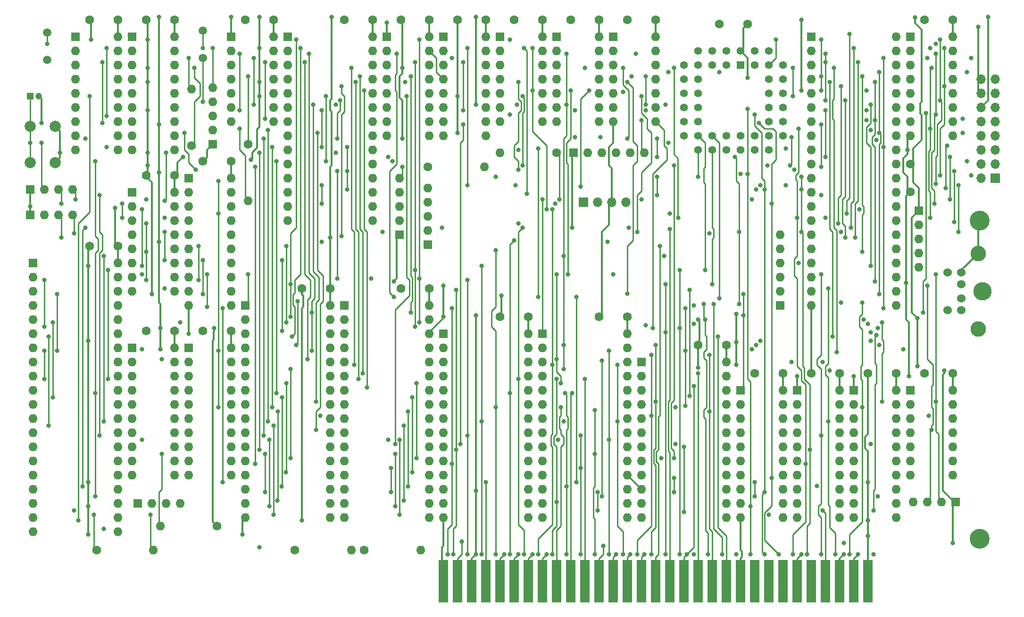
<source format=gbr>
G04 #@! TF.GenerationSoftware,KiCad,Pcbnew,(5.1.8)-1*
G04 #@! TF.CreationDate,2024-05-17T15:13:10-06:00*
G04 #@! TF.ProjectId,8088 PCB,38303838-2050-4434-922e-6b696361645f,rev?*
G04 #@! TF.SameCoordinates,Original*
G04 #@! TF.FileFunction,Copper,L4,Bot*
G04 #@! TF.FilePolarity,Positive*
%FSLAX46Y46*%
G04 Gerber Fmt 4.6, Leading zero omitted, Abs format (unit mm)*
G04 Created by KiCad (PCBNEW (5.1.8)-1) date 2024-05-17 15:13:10*
%MOMM*%
%LPD*%
G01*
G04 APERTURE LIST*
G04 #@! TA.AperFunction,ComponentPad*
%ADD10O,1.600000X1.600000*%
G04 #@! TD*
G04 #@! TA.AperFunction,ComponentPad*
%ADD11C,1.600000*%
G04 #@! TD*
G04 #@! TA.AperFunction,ComponentPad*
%ADD12R,1.600000X1.600000*%
G04 #@! TD*
G04 #@! TA.AperFunction,ComponentPad*
%ADD13O,1.700000X1.700000*%
G04 #@! TD*
G04 #@! TA.AperFunction,ComponentPad*
%ADD14R,1.700000X1.700000*%
G04 #@! TD*
G04 #@! TA.AperFunction,ConnectorPad*
%ADD15R,1.780000X7.620000*%
G04 #@! TD*
G04 #@! TA.AperFunction,ComponentPad*
%ADD16C,1.500000*%
G04 #@! TD*
G04 #@! TA.AperFunction,ComponentPad*
%ADD17C,1.422400*%
G04 #@! TD*
G04 #@! TA.AperFunction,ComponentPad*
%ADD18R,1.422400X1.422400*%
G04 #@! TD*
G04 #@! TA.AperFunction,ComponentPad*
%ADD19C,2.000000*%
G04 #@! TD*
G04 #@! TA.AperFunction,ComponentPad*
%ADD20C,1.200000*%
G04 #@! TD*
G04 #@! TA.AperFunction,ComponentPad*
%ADD21R,1.200000X1.200000*%
G04 #@! TD*
G04 #@! TA.AperFunction,ComponentPad*
%ADD22C,3.556000*%
G04 #@! TD*
G04 #@! TA.AperFunction,ComponentPad*
%ADD23C,2.794000*%
G04 #@! TD*
G04 #@! TA.AperFunction,ComponentPad*
%ADD24C,3.302000*%
G04 #@! TD*
G04 #@! TA.AperFunction,ComponentPad*
%ADD25C,1.524000*%
G04 #@! TD*
G04 #@! TA.AperFunction,ViaPad*
%ADD26C,0.800000*%
G04 #@! TD*
G04 #@! TA.AperFunction,Conductor*
%ADD27C,0.250000*%
G04 #@! TD*
G04 #@! TA.AperFunction,Conductor*
%ADD28C,0.330200*%
G04 #@! TD*
G04 APERTURE END LIST*
D10*
G04 #@! TO.P,R15,2*
G04 #@! TO.N,/DEN*
X83820000Y-131064000D03*
D11*
G04 #@! TO.P,R15,1*
G04 #@! TO.N,/5+*
X93980000Y-131064000D03*
G04 #@! TD*
D10*
G04 #@! TO.P,R17,6*
G04 #@! TO.N,/AEN*
X195072000Y-78740000D03*
G04 #@! TO.P,R17,5*
G04 #@! TO.N,/DRQ3*
X195072000Y-81280000D03*
G04 #@! TO.P,R17,4*
G04 #@! TO.N,/DRQ2*
X195072000Y-83820000D03*
G04 #@! TO.P,R17,3*
G04 #@! TO.N,/DRQ1*
X195072000Y-86360000D03*
G04 #@! TO.P,R17,2*
G04 #@! TO.N,/DRQ0_*
X195072000Y-88900000D03*
D12*
G04 #@! TO.P,R17,1*
G04 #@! TO.N,/GND*
X195072000Y-91440000D03*
G04 #@! TD*
D10*
G04 #@! TO.P,R12,6*
G04 #@! TO.N,/760_WR*
X170688000Y-64008000D03*
G04 #@! TO.P,R12,5*
G04 #@! TO.N,/CH_CK_*
X168148000Y-64008000D03*
G04 #@! TO.P,R12,4*
G04 #@! TO.N,/EOP*
X165608000Y-64008000D03*
G04 #@! TO.P,R12,3*
G04 #@! TO.N,/CS_61_RD*
X163068000Y-64008000D03*
G04 #@! TO.P,R12,2*
G04 #@! TO.N,/CS_61_WR*
X160528000Y-64008000D03*
D12*
G04 #@! TO.P,R12,1*
G04 #@! TO.N,/5+*
X157988000Y-64008000D03*
G04 #@! TD*
D10*
G04 #@! TO.P,R8,5*
G04 #@! TO.N,/00_CS*
X131826000Y-70358000D03*
G04 #@! TO.P,R8,4*
G04 #@! TO.N,/20_CS*
X131826000Y-72898000D03*
G04 #@! TO.P,R8,3*
G04 #@! TO.N,/40_CS*
X131826000Y-75438000D03*
G04 #@! TO.P,R8,2*
G04 #@! TO.N,/RDY1*
X131826000Y-77978000D03*
D12*
G04 #@! TO.P,R8,1*
G04 #@! TO.N,/5+*
X131826000Y-80518000D03*
G04 #@! TD*
D10*
G04 #@! TO.P,R10,5*
G04 #@! TO.N,/E0_CS*
X126746000Y-68580000D03*
G04 #@! TO.P,R10,4*
G04 #@! TO.N,/80_CS*
X126746000Y-71120000D03*
G04 #@! TO.P,R10,3*
G04 #@! TO.N,/61_CS*
X126746000Y-73660000D03*
G04 #@! TO.P,R10,2*
G04 #@! TO.N,/60_CS*
X126746000Y-76200000D03*
D12*
G04 #@! TO.P,R10,1*
G04 #@! TO.N,/5+*
X126746000Y-78740000D03*
G04 #@! TD*
D13*
G04 #@! TO.P,J4,16*
G04 #@! TO.N,/GND*
X231140000Y-50800000D03*
G04 #@! TO.P,J4,15*
G04 #@! TO.N,/D0*
X233680000Y-50800000D03*
G04 #@! TO.P,J4,14*
G04 #@! TO.N,/GND*
X231140000Y-53340000D03*
G04 #@! TO.P,J4,13*
G04 #@! TO.N,/D1*
X233680000Y-53340000D03*
G04 #@! TO.P,J4,12*
G04 #@! TO.N,/5+*
X231140000Y-55880000D03*
G04 #@! TO.P,J4,11*
G04 #@! TO.N,/D2*
X233680000Y-55880000D03*
G04 #@! TO.P,J4,10*
G04 #@! TO.N,Net-(J4-Pad10)*
X231140000Y-58420000D03*
G04 #@! TO.P,J4,9*
G04 #@! TO.N,/D3*
X233680000Y-58420000D03*
G04 #@! TO.P,J4,8*
G04 #@! TO.N,/A2*
X231140000Y-60960000D03*
G04 #@! TO.P,J4,7*
G04 #@! TO.N,/D4*
X233680000Y-60960000D03*
G04 #@! TO.P,J4,6*
G04 #@! TO.N,/E0_CS*
X231140000Y-63500000D03*
G04 #@! TO.P,J4,5*
G04 #@! TO.N,/D5*
X233680000Y-63500000D03*
G04 #@! TO.P,J4,4*
G04 #@! TO.N,/IORD*
X231140000Y-66040000D03*
G04 #@! TO.P,J4,3*
G04 #@! TO.N,/D6*
X233680000Y-66040000D03*
G04 #@! TO.P,J4,2*
G04 #@! TO.N,/IOWR*
X231140000Y-68580000D03*
D14*
G04 #@! TO.P,J4,1*
G04 #@! TO.N,/D7*
X233680000Y-68580000D03*
G04 #@! TD*
D10*
G04 #@! TO.P,R16,5*
G04 #@! TO.N,/DACK1*
X219964000Y-84582000D03*
G04 #@! TO.P,R16,4*
G04 #@! TO.N,/REFRQ*
X219964000Y-82042000D03*
G04 #@! TO.P,R16,3*
G04 #@! TO.N,/DACK3*
X219964000Y-79502000D03*
G04 #@! TO.P,R16,2*
G04 #@! TO.N,/DACK2*
X219964000Y-76962000D03*
D12*
G04 #@! TO.P,R16,1*
G04 #@! TO.N,/5+*
X219964000Y-74422000D03*
G04 #@! TD*
D10*
G04 #@! TO.P,R14,4*
G04 #@! TO.N,Net-(R14-Pad4)*
X87376000Y-127000000D03*
G04 #@! TO.P,R14,3*
G04 #@! TO.N,/NMI*
X84836000Y-127000000D03*
G04 #@! TO.P,R14,2*
G04 #@! TO.N,/HOLD*
X82296000Y-127000000D03*
D12*
G04 #@! TO.P,R14,1*
G04 #@! TO.N,/GND*
X79756000Y-127000000D03*
G04 #@! TD*
D10*
G04 #@! TO.P,R2,4*
G04 #@! TO.N,/IORD*
X68072000Y-70612000D03*
G04 #@! TO.P,R2,3*
G04 #@! TO.N,/PU1*
X65532000Y-70612000D03*
G04 #@! TO.P,R2,2*
G04 #@! TO.N,/RESET*
X62992000Y-70612000D03*
D12*
G04 #@! TO.P,R2,1*
G04 #@! TO.N,/5+*
X60452000Y-70612000D03*
G04 #@! TD*
D10*
G04 #@! TO.P,R1,4*
G04 #@! TO.N,/IOWR*
X68072000Y-75184000D03*
G04 #@! TO.P,R1,3*
G04 #@! TO.N,/MRD*
X65532000Y-75184000D03*
G04 #@! TO.P,R1,2*
G04 #@! TO.N,/MWR*
X62992000Y-75184000D03*
D12*
G04 #@! TO.P,R1,1*
G04 #@! TO.N,/5+*
X60452000Y-75184000D03*
G04 #@! TD*
D10*
G04 #@! TO.P,R18,5*
G04 #@! TO.N,/X1*
X93218000Y-52324000D03*
G04 #@! TO.P,R18,4*
G04 #@! TO.N,/X2*
X93218000Y-54864000D03*
G04 #@! TO.P,R18,3*
G04 #@! TO.N,/X1A*
X93218000Y-57404000D03*
G04 #@! TO.P,R18,2*
G04 #@! TO.N,/X2A*
X93218000Y-59944000D03*
D12*
G04 #@! TO.P,R18,1*
G04 #@! TO.N,/GND*
X93218000Y-62484000D03*
G04 #@! TD*
D10*
G04 #@! TO.P,R13,2*
G04 #@! TO.N,/SPK_PIN*
X144780000Y-64008000D03*
D11*
G04 #@! TO.P,R13,1*
G04 #@! TO.N,/SPK_PIN_O*
X154940000Y-64008000D03*
G04 #@! TD*
D10*
G04 #@! TO.P,R11,2*
G04 #@! TO.N,/CLK88_1*
X141986000Y-66548000D03*
D11*
G04 #@! TO.P,R11,1*
G04 #@! TO.N,/CLK*
X131826000Y-66548000D03*
G04 #@! TD*
D10*
G04 #@! TO.P,R9,2*
G04 #@! TO.N,/CLK1*
X82550000Y-135382000D03*
D11*
G04 #@! TO.P,R9,1*
G04 #@! TO.N,/CLK_88*
X72390000Y-135382000D03*
G04 #@! TD*
D10*
G04 #@! TO.P,R7,4*
G04 #@! TO.N,/CH_CK*
X218948000Y-126746000D03*
G04 #@! TO.P,R7,3*
G04 #@! TO.N,/T1*
X221488000Y-126746000D03*
G04 #@! TO.P,R7,2*
G04 #@! TO.N,/T0*
X224028000Y-126746000D03*
D12*
G04 #@! TO.P,R7,1*
G04 #@! TO.N,/5+*
X226568000Y-126746000D03*
G04 #@! TD*
D10*
G04 #@! TO.P,R6,2*
G04 #@! TO.N,/OSC88*
X118110000Y-135382000D03*
D11*
G04 #@! TO.P,R6,1*
G04 #@! TO.N,/OSC*
X107950000Y-135382000D03*
G04 #@! TD*
D10*
G04 #@! TO.P,R5,2*
G04 #@! TO.N,/OSC*
X99568000Y-72644000D03*
D11*
G04 #@! TO.P,R5,1*
G04 #@! TO.N,/OSC88HF*
X99568000Y-62484000D03*
G04 #@! TD*
D10*
G04 #@! TO.P,R4,2*
G04 #@! TO.N,/PCLK*
X89408000Y-52578000D03*
D11*
G04 #@! TO.P,R4,1*
G04 #@! TO.N,/PCLK88*
X89408000Y-62738000D03*
G04 #@! TD*
D10*
G04 #@! TO.P,R3,2*
G04 #@! TO.N,/CLK88*
X130556000Y-135382000D03*
D11*
G04 #@! TO.P,R3,1*
G04 #@! TO.N,/CLK*
X120396000Y-135382000D03*
G04 #@! TD*
D13*
G04 #@! TO.P,J3,4*
G04 #@! TO.N,/5+*
X167386000Y-72898000D03*
G04 #@! TO.P,J3,3*
G04 #@! TO.N,/GND*
X164846000Y-72898000D03*
G04 #@! TO.P,J3,2*
G04 #@! TO.N,Net-(J3-Pad2)*
X162306000Y-72898000D03*
D14*
G04 #@! TO.P,J3,1*
G04 #@! TO.N,/SPK_PIN_O*
X159766000Y-72898000D03*
G04 #@! TD*
D11*
G04 #@! TO.P,C26,2*
G04 #@! TO.N,/GND*
X157560000Y-40132000D03*
G04 #@! TO.P,C26,1*
G04 #@! TO.N,/5+*
X162560000Y-40132000D03*
G04 #@! TD*
G04 #@! TO.P,C25,2*
G04 #@! TO.N,/GND*
X147400000Y-40132000D03*
G04 #@! TO.P,C25,1*
G04 #@! TO.N,/5+*
X152400000Y-40132000D03*
G04 #@! TD*
G04 #@! TO.P,C24,2*
G04 #@! TO.N,/GND*
X200740000Y-103632000D03*
G04 #@! TO.P,C24,1*
G04 #@! TO.N,/5+*
X205740000Y-103632000D03*
G04 #@! TD*
G04 #@! TO.P,C23,2*
G04 #@! TO.N,/GND*
X210900000Y-103632000D03*
G04 #@! TO.P,C23,1*
G04 #@! TO.N,/5+*
X215900000Y-103632000D03*
G04 #@! TD*
G04 #@! TO.P,C22,2*
G04 #@! TO.N,/GND*
X71200000Y-40132000D03*
G04 #@! TO.P,C22,1*
G04 #@! TO.N,/5+*
X76200000Y-40132000D03*
G04 #@! TD*
G04 #@! TO.P,C21,2*
G04 #@! TO.N,/GND*
X167720000Y-40132000D03*
G04 #@! TO.P,C21,1*
G04 #@! TO.N,/5+*
X172720000Y-40132000D03*
G04 #@! TD*
G04 #@! TO.P,C20,2*
G04 #@! TO.N,/GND*
X221060000Y-103632000D03*
G04 #@! TO.P,C20,1*
G04 #@! TO.N,/5+*
X226060000Y-103632000D03*
G04 #@! TD*
G04 #@! TO.P,C19,2*
G04 #@! TO.N,/GND*
X184230000Y-40894000D03*
G04 #@! TO.P,C19,1*
G04 #@! TO.N,/5+*
X189230000Y-40894000D03*
G04 #@! TD*
G04 #@! TO.P,C18,2*
G04 #@! TO.N,/GND*
X99140000Y-40132000D03*
G04 #@! TO.P,C18,1*
G04 #@! TO.N,/5+*
X104140000Y-40132000D03*
G04 #@! TD*
G04 #@! TO.P,C17,2*
G04 #@! TO.N,/GND*
X81360000Y-40132000D03*
G04 #@! TO.P,C17,1*
G04 #@! TO.N,/5+*
X86360000Y-40132000D03*
G04 #@! TD*
G04 #@! TO.P,C16,2*
G04 #@! TO.N,/GND*
X137240000Y-40132000D03*
G04 #@! TO.P,C16,1*
G04 #@! TO.N,/5+*
X142240000Y-40132000D03*
G04 #@! TD*
G04 #@! TO.P,C15,2*
G04 #@! TO.N,/GND*
X144860000Y-93472000D03*
G04 #@! TO.P,C15,1*
G04 #@! TO.N,/5+*
X149860000Y-93472000D03*
G04 #@! TD*
G04 #@! TO.P,C14,2*
G04 #@! TO.N,/GND*
X127080000Y-88392000D03*
G04 #@! TO.P,C14,1*
G04 #@! TO.N,/5+*
X132080000Y-88392000D03*
G04 #@! TD*
G04 #@! TO.P,C13,2*
G04 #@! TO.N,/GND*
X109300000Y-88392000D03*
G04 #@! TO.P,C13,1*
G04 #@! TO.N,/5+*
X114300000Y-88392000D03*
G04 #@! TD*
G04 #@! TO.P,C12,2*
G04 #@! TO.N,/GND*
X127080000Y-40132000D03*
G04 #@! TO.P,C12,1*
G04 #@! TO.N,/5+*
X132080000Y-40132000D03*
G04 #@! TD*
G04 #@! TO.P,C11,2*
G04 #@! TO.N,/GND*
X190580000Y-103632000D03*
G04 #@! TO.P,C11,1*
G04 #@! TO.N,/5+*
X195580000Y-103632000D03*
G04 #@! TD*
G04 #@! TO.P,C10,2*
G04 #@! TO.N,/GND*
X218440000Y-71040000D03*
G04 #@! TO.P,C10,1*
G04 #@! TO.N,/5+*
X218440000Y-66040000D03*
G04 #@! TD*
G04 #@! TO.P,C9,2*
G04 #@! TO.N,/GND*
X116920000Y-40132000D03*
G04 #@! TO.P,C9,1*
G04 #@! TO.N,/5+*
X121920000Y-40132000D03*
G04 #@! TD*
G04 #@! TO.P,C8,2*
G04 #@! TO.N,/GND*
X81360000Y-68072000D03*
G04 #@! TO.P,C8,1*
G04 #@! TO.N,/5+*
X86360000Y-68072000D03*
G04 #@! TD*
G04 #@! TO.P,C7,2*
G04 #@! TO.N,/GND*
X221060000Y-40132000D03*
G04 #@! TO.P,C7,1*
G04 #@! TO.N,/5+*
X226060000Y-40132000D03*
G04 #@! TD*
G04 #@! TO.P,C6,2*
G04 #@! TO.N,/GND*
X162640000Y-93472000D03*
G04 #@! TO.P,C6,1*
G04 #@! TO.N,/5+*
X167640000Y-93472000D03*
G04 #@! TD*
G04 #@! TO.P,C5,2*
G04 #@! TO.N,/GND*
X180420000Y-98552000D03*
G04 #@! TO.P,C5,1*
G04 #@! TO.N,/5+*
X185420000Y-98552000D03*
G04 #@! TD*
G04 #@! TO.P,C4,2*
G04 #@! TO.N,/GND*
X81360000Y-96012000D03*
G04 #@! TO.P,C4,1*
G04 #@! TO.N,/5+*
X86360000Y-96012000D03*
G04 #@! TD*
G04 #@! TO.P,C3,2*
G04 #@! TO.N,/GND*
X91520000Y-65532000D03*
G04 #@! TO.P,C3,1*
G04 #@! TO.N,/5+*
X96520000Y-65532000D03*
G04 #@! TD*
G04 #@! TO.P,C2,2*
G04 #@! TO.N,/GND*
X91520000Y-96012000D03*
G04 #@! TO.P,C2,1*
G04 #@! TO.N,/5+*
X96520000Y-96012000D03*
G04 #@! TD*
G04 #@! TO.P,C1,2*
G04 #@! TO.N,/GND*
X71200000Y-80772000D03*
G04 #@! TO.P,C1,1*
G04 #@! TO.N,/5+*
X76200000Y-80772000D03*
G04 #@! TD*
D15*
G04 #@! TO.P,J1,31*
G04 #@! TO.N,/GND*
X134620000Y-140970000D03*
G04 #@! TO.P,J1,30*
G04 #@! TO.N,/OSC88*
X137160000Y-140970000D03*
G04 #@! TO.P,J1,29*
G04 #@! TO.N,/5+*
X139700000Y-140970000D03*
G04 #@! TO.P,J1,28*
G04 #@! TO.N,/ALE*
X142240000Y-140970000D03*
G04 #@! TO.P,J1,27*
G04 #@! TO.N,/TC*
X144780000Y-140970000D03*
G04 #@! TO.P,J1,26*
G04 #@! TO.N,/DACK2*
X147320000Y-140970000D03*
G04 #@! TO.P,J1,25*
G04 #@! TO.N,/IRQ3*
X149860000Y-140970000D03*
G04 #@! TO.P,J1,24*
G04 #@! TO.N,/IRQ4*
X152400000Y-140970000D03*
G04 #@! TO.P,J1,23*
G04 #@! TO.N,/IRQ5*
X154940000Y-140970000D03*
G04 #@! TO.P,J1,22*
G04 #@! TO.N,/IRQ6*
X157480000Y-140970000D03*
G04 #@! TO.P,J1,21*
G04 #@! TO.N,/IRQ7*
X160020000Y-140970000D03*
G04 #@! TO.P,J1,20*
G04 #@! TO.N,/CLK88*
X162560000Y-140970000D03*
G04 #@! TO.P,J1,19*
G04 #@! TO.N,/REFRQ*
X165100000Y-140970000D03*
G04 #@! TO.P,J1,18*
G04 #@! TO.N,/DRQ1*
X167640000Y-140970000D03*
G04 #@! TO.P,J1,17*
G04 #@! TO.N,/DACK1*
X170180000Y-140970000D03*
G04 #@! TO.P,J1,16*
G04 #@! TO.N,/DRQ3*
X172720000Y-140970000D03*
G04 #@! TO.P,J1,15*
G04 #@! TO.N,/DACK3*
X175260000Y-140970000D03*
G04 #@! TO.P,J1,14*
G04 #@! TO.N,/IORD*
X177800000Y-140970000D03*
G04 #@! TO.P,J1,13*
G04 #@! TO.N,/IOWR*
X180340000Y-140970000D03*
G04 #@! TO.P,J1,12*
G04 #@! TO.N,/MRD*
X182880000Y-140970000D03*
G04 #@! TO.P,J1,11*
G04 #@! TO.N,/MWR*
X185420000Y-140970000D03*
G04 #@! TO.P,J1,10*
G04 #@! TO.N,/GND*
X187960000Y-140970000D03*
G04 #@! TO.P,J1,9*
G04 #@! TO.N,/12+*
X190500000Y-140970000D03*
G04 #@! TO.P,J1,8*
G04 #@! TO.N,Net-(J1-Pad8)*
X193040000Y-140970000D03*
G04 #@! TO.P,J1,7*
G04 #@! TO.N,/12-*
X195580000Y-140970000D03*
G04 #@! TO.P,J1,6*
G04 #@! TO.N,/DRQ2*
X198120000Y-140970000D03*
G04 #@! TO.P,J1,5*
G04 #@! TO.N,/5-*
X200660000Y-140970000D03*
G04 #@! TO.P,J1,4*
G04 #@! TO.N,/IRQ2*
X203200000Y-140970000D03*
G04 #@! TO.P,J1,3*
G04 #@! TO.N,/5+*
X205740000Y-140970000D03*
G04 #@! TO.P,J1,2*
G04 #@! TO.N,/RESOUT*
X208280000Y-140970000D03*
G04 #@! TO.P,J1,1*
G04 #@! TO.N,/GND*
X210820000Y-140970000D03*
G04 #@! TD*
D16*
G04 #@! TO.P,Y2,2*
G04 #@! TO.N,/X1A*
X63500000Y-42418000D03*
G04 #@! TO.P,Y2,1*
G04 #@! TO.N,/X2A*
X63500000Y-47318000D03*
G04 #@! TD*
G04 #@! TO.P,Y1,2*
G04 #@! TO.N,/X1*
X91440000Y-42090000D03*
G04 #@! TO.P,Y1,1*
G04 #@! TO.N,/X2*
X91440000Y-46990000D03*
G04 #@! TD*
D10*
G04 #@! TO.P,U26,14*
G04 #@! TO.N,/5+*
X162560000Y-43180000D03*
G04 #@! TO.P,U26,7*
G04 #@! TO.N,/GND*
X154940000Y-58420000D03*
G04 #@! TO.P,U26,13*
G04 #@! TO.N,N/C*
X162560000Y-45720000D03*
G04 #@! TO.P,U26,6*
G04 #@! TO.N,/CS_61_RD*
X154940000Y-55880000D03*
G04 #@! TO.P,U26,12*
G04 #@! TO.N,N/C*
X162560000Y-48260000D03*
G04 #@! TO.P,U26,5*
G04 #@! TO.N,/IORD*
X154940000Y-53340000D03*
G04 #@! TO.P,U26,11*
G04 #@! TO.N,N/C*
X162560000Y-50800000D03*
G04 #@! TO.P,U26,4*
G04 #@! TO.N,/61_CS*
X154940000Y-50800000D03*
G04 #@! TO.P,U26,10*
G04 #@! TO.N,/80_CS*
X162560000Y-53340000D03*
G04 #@! TO.P,U26,3*
G04 #@! TO.N,/CS_61_WR*
X154940000Y-48260000D03*
G04 #@! TO.P,U26,9*
G04 #@! TO.N,/IOWR*
X162560000Y-55880000D03*
G04 #@! TO.P,U26,2*
X154940000Y-45720000D03*
G04 #@! TO.P,U26,8*
G04 #@! TO.N,/760_WR*
X162560000Y-58420000D03*
D12*
G04 #@! TO.P,U26,1*
G04 #@! TO.N,/61_CS*
X154940000Y-43180000D03*
G04 #@! TD*
D10*
G04 #@! TO.P,U25,14*
G04 #@! TO.N,/5+*
X152400000Y-43180000D03*
G04 #@! TO.P,U25,7*
G04 #@! TO.N,/GND*
X144780000Y-58420000D03*
G04 #@! TO.P,U25,13*
G04 #@! TO.N,N/C*
X152400000Y-45720000D03*
G04 #@! TO.P,U25,6*
G04 #@! TO.N,/SPK_PIN*
X144780000Y-55880000D03*
G04 #@! TO.P,U25,12*
G04 #@! TO.N,N/C*
X152400000Y-48260000D03*
G04 #@! TO.P,U25,5*
G04 #@! TO.N,/SPK_OUT*
X144780000Y-53340000D03*
G04 #@! TO.P,U25,11*
G04 #@! TO.N,N/C*
X152400000Y-50800000D03*
G04 #@! TO.P,U25,4*
G04 #@! TO.N,/SPK_EN*
X144780000Y-50800000D03*
G04 #@! TO.P,U25,10*
G04 #@! TO.N,N/C*
X152400000Y-53340000D03*
G04 #@! TO.P,U25,3*
G04 #@! TO.N,/CH_CK_*
X144780000Y-48260000D03*
G04 #@! TO.P,U25,9*
G04 #@! TO.N,N/C*
X152400000Y-55880000D03*
G04 #@! TO.P,U25,2*
G04 #@! TO.N,/CH_CK*
X144780000Y-45720000D03*
G04 #@! TO.P,U25,8*
G04 #@! TO.N,N/C*
X152400000Y-58420000D03*
D12*
G04 #@! TO.P,U25,1*
G04 #@! TO.N,/NMI_EN*
X144780000Y-43180000D03*
G04 #@! TD*
D10*
G04 #@! TO.P,U24,20*
G04 #@! TO.N,/5+*
X205740000Y-106680000D03*
G04 #@! TO.P,U24,10*
G04 #@! TO.N,/GND*
X198120000Y-129540000D03*
G04 #@! TO.P,U24,19*
G04 #@! TO.N,/PORT_61_7*
X205740000Y-109220000D03*
G04 #@! TO.P,U24,9*
G04 #@! TO.N,/D0*
X198120000Y-127000000D03*
G04 #@! TO.P,U24,18*
G04 #@! TO.N,/PORT_61_6*
X205740000Y-111760000D03*
G04 #@! TO.P,U24,8*
G04 #@! TO.N,/D1*
X198120000Y-124460000D03*
G04 #@! TO.P,U24,17*
G04 #@! TO.N,/NMI_EN*
X205740000Y-114300000D03*
G04 #@! TO.P,U24,7*
G04 #@! TO.N,/D2*
X198120000Y-121920000D03*
G04 #@! TO.P,U24,16*
G04 #@! TO.N,/PORT_61_4*
X205740000Y-116840000D03*
G04 #@! TO.P,U24,6*
G04 #@! TO.N,/D3*
X198120000Y-119380000D03*
G04 #@! TO.P,U24,15*
G04 #@! TO.N,/PORT_61_3*
X205740000Y-119380000D03*
G04 #@! TO.P,U24,5*
G04 #@! TO.N,/D4*
X198120000Y-116840000D03*
G04 #@! TO.P,U24,14*
G04 #@! TO.N,/PORT_61_2*
X205740000Y-121920000D03*
G04 #@! TO.P,U24,4*
G04 #@! TO.N,/D5*
X198120000Y-114300000D03*
G04 #@! TO.P,U24,13*
G04 #@! TO.N,/SPK_EN*
X205740000Y-124460000D03*
G04 #@! TO.P,U24,3*
G04 #@! TO.N,/D6*
X198120000Y-111760000D03*
G04 #@! TO.P,U24,12*
G04 #@! TO.N,/SPK_GO*
X205740000Y-127000000D03*
G04 #@! TO.P,U24,2*
G04 #@! TO.N,/D7*
X198120000Y-109220000D03*
G04 #@! TO.P,U24,11*
G04 #@! TO.N,/CS_61_WR_*
X205740000Y-129540000D03*
D12*
G04 #@! TO.P,U24,1*
G04 #@! TO.N,/GND*
X198120000Y-106680000D03*
G04 #@! TD*
D10*
G04 #@! TO.P,U23,20*
G04 #@! TO.N,/5+*
X215900000Y-106680000D03*
G04 #@! TO.P,U23,10*
G04 #@! TO.N,/GND*
X208280000Y-129540000D03*
G04 #@! TO.P,U23,19*
G04 #@! TO.N,/CS_61_RD*
X215900000Y-109220000D03*
G04 #@! TO.P,U23,9*
G04 #@! TO.N,/D0*
X208280000Y-127000000D03*
G04 #@! TO.P,U23,18*
G04 #@! TO.N,/PORT_61_7*
X215900000Y-111760000D03*
G04 #@! TO.P,U23,8*
G04 #@! TO.N,/D1*
X208280000Y-124460000D03*
G04 #@! TO.P,U23,17*
G04 #@! TO.N,/PORT_61_6*
X215900000Y-114300000D03*
G04 #@! TO.P,U23,7*
G04 #@! TO.N,/D2*
X208280000Y-121920000D03*
G04 #@! TO.P,U23,16*
G04 #@! TO.N,/NMI_EN*
X215900000Y-116840000D03*
G04 #@! TO.P,U23,6*
G04 #@! TO.N,/D3*
X208280000Y-119380000D03*
G04 #@! TO.P,U23,15*
G04 #@! TO.N,/PORT_61_4*
X215900000Y-119380000D03*
G04 #@! TO.P,U23,5*
G04 #@! TO.N,/D4*
X208280000Y-116840000D03*
G04 #@! TO.P,U23,14*
G04 #@! TO.N,/PORT_61_3*
X215900000Y-121920000D03*
G04 #@! TO.P,U23,4*
G04 #@! TO.N,/D5*
X208280000Y-114300000D03*
G04 #@! TO.P,U23,13*
G04 #@! TO.N,/PORT_61_2*
X215900000Y-124460000D03*
G04 #@! TO.P,U23,3*
G04 #@! TO.N,/D6*
X208280000Y-111760000D03*
G04 #@! TO.P,U23,12*
G04 #@! TO.N,/SPK_EN*
X215900000Y-127000000D03*
G04 #@! TO.P,U23,2*
G04 #@! TO.N,/D7*
X208280000Y-109220000D03*
G04 #@! TO.P,U23,11*
G04 #@! TO.N,/SPK_GO*
X215900000Y-129540000D03*
D12*
G04 #@! TO.P,U23,1*
G04 #@! TO.N,/GND*
X208280000Y-106680000D03*
G04 #@! TD*
D10*
G04 #@! TO.P,U22,18*
G04 #@! TO.N,/5+*
X76200000Y-43180000D03*
G04 #@! TO.P,U22,9*
G04 #@! TO.N,/GND*
X68580000Y-63500000D03*
G04 #@! TO.P,U22,17*
G04 #@! TO.N,/X1A*
X76200000Y-45720000D03*
G04 #@! TO.P,U22,8*
G04 #@! TO.N,/CLK1*
X68580000Y-60960000D03*
G04 #@! TO.P,U22,16*
G04 #@! TO.N,/X2A*
X76200000Y-48260000D03*
G04 #@! TO.P,U22,7*
G04 #@! TO.N,/5+*
X68580000Y-58420000D03*
G04 #@! TO.P,U22,15*
G04 #@! TO.N,/GND*
X76200000Y-50800000D03*
G04 #@! TO.P,U22,6*
X68580000Y-55880000D03*
G04 #@! TO.P,U22,14*
G04 #@! TO.N,Net-(U22-Pad14)*
X76200000Y-53340000D03*
G04 #@! TO.P,U22,5*
G04 #@! TO.N,/READY1*
X68580000Y-53340000D03*
G04 #@! TO.P,U22,13*
G04 #@! TO.N,/GND*
X76200000Y-55880000D03*
G04 #@! TO.P,U22,4*
G04 #@! TO.N,/RDY1*
X68580000Y-50800000D03*
G04 #@! TO.P,U22,12*
G04 #@! TO.N,Net-(U22-Pad12)*
X76200000Y-58420000D03*
G04 #@! TO.P,U22,3*
G04 #@! TO.N,/GND*
X68580000Y-48260000D03*
G04 #@! TO.P,U22,11*
G04 #@! TO.N,/RESET*
X76200000Y-60960000D03*
G04 #@! TO.P,U22,2*
G04 #@! TO.N,Net-(U22-Pad2)*
X68580000Y-45720000D03*
G04 #@! TO.P,U22,10*
G04 #@! TO.N,/RESET1*
X76200000Y-63500000D03*
D12*
G04 #@! TO.P,U22,1*
G04 #@! TO.N,/GND*
X68580000Y-43180000D03*
G04 #@! TD*
D10*
G04 #@! TO.P,U21,14*
G04 #@! TO.N,/5+*
X172720000Y-43180000D03*
G04 #@! TO.P,U21,7*
G04 #@! TO.N,/GND*
X165100000Y-58420000D03*
G04 #@! TO.P,U21,13*
G04 #@! TO.N,/IOM*
X172720000Y-45720000D03*
G04 #@! TO.P,U21,6*
G04 #@! TO.N,/TC*
X165100000Y-55880000D03*
G04 #@! TO.P,U21,12*
G04 #@! TO.N,/IOM_*
X172720000Y-48260000D03*
G04 #@! TO.P,U21,5*
G04 #@! TO.N,/EOP*
X165100000Y-53340000D03*
G04 #@! TO.P,U21,11*
G04 #@! TO.N,/CH_CK_*
X172720000Y-50800000D03*
G04 #@! TO.P,U21,4*
G04 #@! TO.N,/AEN_OE*
X165100000Y-50800000D03*
G04 #@! TO.P,U21,10*
G04 #@! TO.N,/NMI*
X172720000Y-53340000D03*
G04 #@! TO.P,U21,3*
G04 #@! TO.N,/AEN*
X165100000Y-48260000D03*
G04 #@! TO.P,U21,9*
G04 #@! TO.N,/CS_61_WR*
X172720000Y-55880000D03*
G04 #@! TO.P,U21,2*
G04 #@! TO.N,/KBD_CLK_INVERTED*
X165100000Y-45720000D03*
G04 #@! TO.P,U21,8*
G04 #@! TO.N,/CS_61_WR_*
X172720000Y-58420000D03*
D12*
G04 #@! TO.P,U21,1*
G04 #@! TO.N,/KBD_CLK*
X165100000Y-43180000D03*
G04 #@! TD*
D10*
G04 #@! TO.P,U20,14*
G04 #@! TO.N,/5+*
X226060000Y-106680000D03*
G04 #@! TO.P,U20,7*
G04 #@! TO.N,/GND*
X218440000Y-121920000D03*
G04 #@! TO.P,U20,13*
G04 #@! TO.N,N/C*
X226060000Y-109220000D03*
G04 #@! TO.P,U20,6*
X218440000Y-119380000D03*
G04 #@! TO.P,U20,12*
X226060000Y-111760000D03*
G04 #@! TO.P,U20,5*
X218440000Y-116840000D03*
G04 #@! TO.P,U20,11*
X226060000Y-114300000D03*
G04 #@! TO.P,U20,4*
G04 #@! TO.N,/T1*
X218440000Y-114300000D03*
G04 #@! TO.P,U20,10*
G04 #@! TO.N,N/C*
X226060000Y-116840000D03*
G04 #@! TO.P,U20,3*
G04 #@! TO.N,/KBD_DATA*
X218440000Y-111760000D03*
G04 #@! TO.P,U20,9*
G04 #@! TO.N,N/C*
X226060000Y-119380000D03*
G04 #@! TO.P,U20,2*
G04 #@! TO.N,/T0*
X218440000Y-109220000D03*
G04 #@! TO.P,U20,8*
G04 #@! TO.N,N/C*
X226060000Y-121920000D03*
D12*
G04 #@! TO.P,U20,1*
G04 #@! TO.N,/KBD_CLK_INVERTED*
X218440000Y-106680000D03*
G04 #@! TD*
D17*
G04 #@! TO.P,U19,39*
G04 #@! TO.N,/IRQ1*
X195580000Y-48260000D03*
G04 #@! TO.P,U19,37*
G04 #@! TO.N,Net-(U19-Pad37)*
X195580000Y-50800000D03*
G04 #@! TO.P,U19,35*
G04 #@! TO.N,Net-(U19-Pad35)*
X195580000Y-53340000D03*
G04 #@! TO.P,U19,33*
G04 #@! TO.N,Net-(U19-Pad33)*
X195580000Y-55880000D03*
G04 #@! TO.P,U19,31*
G04 #@! TO.N,Net-(U19-Pad31)*
X195580000Y-58420000D03*
G04 #@! TO.P,U19,40*
G04 #@! TO.N,Net-(U19-Pad40)*
X193040000Y-45720000D03*
G04 #@! TO.P,U19,38*
G04 #@! TO.N,/5+*
X193040000Y-50800000D03*
G04 #@! TO.P,U19,36*
G04 #@! TO.N,Net-(U19-Pad36)*
X193040000Y-53340000D03*
G04 #@! TO.P,U19,34*
G04 #@! TO.N,Net-(U19-Pad34)*
X193040000Y-55880000D03*
G04 #@! TO.P,U19,32*
G04 #@! TO.N,Net-(U19-Pad32)*
X193040000Y-58420000D03*
G04 #@! TO.P,U19,30*
G04 #@! TO.N,Net-(U19-Pad30)*
X193040000Y-60960000D03*
G04 #@! TO.P,U19,28*
G04 #@! TO.N,Net-(U19-Pad28)*
X193040000Y-63500000D03*
G04 #@! TO.P,U19,26*
G04 #@! TO.N,Net-(U19-Pad26)*
X190500000Y-63500000D03*
G04 #@! TO.P,U19,24*
G04 #@! TO.N,Net-(U19-Pad24)*
X187960000Y-63500000D03*
G04 #@! TO.P,U19,22*
G04 #@! TO.N,/GND*
X185420000Y-63500000D03*
G04 #@! TO.P,U19,20*
G04 #@! TO.N,/D6*
X182880000Y-63500000D03*
G04 #@! TO.P,U19,18*
G04 #@! TO.N,/D4*
X180340000Y-63500000D03*
G04 #@! TO.P,U19,29*
G04 #@! TO.N,Net-(U19-Pad29)*
X195580000Y-60960000D03*
G04 #@! TO.P,U19,27*
G04 #@! TO.N,Net-(U19-Pad27)*
X190500000Y-60960000D03*
G04 #@! TO.P,U19,25*
G04 #@! TO.N,Net-(U19-Pad25)*
X187960000Y-60960000D03*
G04 #@! TO.P,U19,23*
G04 #@! TO.N,Net-(U19-Pad23)*
X185420000Y-60960000D03*
G04 #@! TO.P,U19,21*
G04 #@! TO.N,/D7*
X182880000Y-60960000D03*
G04 #@! TO.P,U19,19*
G04 #@! TO.N,/D5*
X180340000Y-60960000D03*
G04 #@! TO.P,U19,17*
G04 #@! TO.N,/D3*
X177800000Y-60960000D03*
G04 #@! TO.P,U19,15*
G04 #@! TO.N,/D1*
X177800000Y-58420000D03*
G04 #@! TO.P,U19,13*
G04 #@! TO.N,Net-(U19-Pad13)*
X177800000Y-55880000D03*
G04 #@! TO.P,U19,11*
G04 #@! TO.N,/IOWR*
X177800000Y-53340000D03*
G04 #@! TO.P,U19,9*
G04 #@! TO.N,/IORD*
X177800000Y-50800000D03*
G04 #@! TO.P,U19,7*
G04 #@! TO.N,/60_CS*
X177800000Y-48260000D03*
G04 #@! TO.P,U19,16*
G04 #@! TO.N,/D2*
X180340000Y-58420000D03*
G04 #@! TO.P,U19,14*
G04 #@! TO.N,/D0*
X180340000Y-55880000D03*
G04 #@! TO.P,U19,12*
G04 #@! TO.N,Net-(U19-Pad12)*
X180340000Y-53340000D03*
G04 #@! TO.P,U19,10*
G04 #@! TO.N,/A2*
X180340000Y-50800000D03*
G04 #@! TO.P,U19,8*
G04 #@! TO.N,/GND*
X180340000Y-48260000D03*
G04 #@! TO.P,U19,42*
G04 #@! TO.N,/KBD_DATA*
X190500000Y-45720000D03*
G04 #@! TO.P,U19,44*
G04 #@! TO.N,/5+*
X187960000Y-45720000D03*
G04 #@! TO.P,U19,6*
G04 #@! TO.N,Net-(U19-Pad6)*
X180340000Y-45720000D03*
G04 #@! TO.P,U19,4*
G04 #@! TO.N,Net-(U19-Pad4)*
X182880000Y-45720000D03*
G04 #@! TO.P,U19,2*
G04 #@! TO.N,/T0*
X185420000Y-45720000D03*
G04 #@! TO.P,U19,41*
G04 #@! TO.N,/KBD_CLK*
X193040000Y-48260000D03*
G04 #@! TO.P,U19,43*
G04 #@! TO.N,/T1*
X190500000Y-48260000D03*
G04 #@! TO.P,U19,5*
G04 #@! TO.N,/RESET*
X182880000Y-48260000D03*
G04 #@! TO.P,U19,3*
G04 #@! TO.N,/HF_OSC*
X185420000Y-48260000D03*
D18*
G04 #@! TO.P,U19,1*
G04 #@! TO.N,Net-(U19-Pad1)*
X187960000Y-48260000D03*
G04 #@! TD*
D10*
G04 #@! TO.P,U18,14*
G04 #@! TO.N,/5+*
X104140000Y-43180000D03*
G04 #@! TO.P,U18,7*
G04 #@! TO.N,/GND*
X96520000Y-58420000D03*
G04 #@! TO.P,U18,13*
G04 #@! TO.N,/5+*
X104140000Y-45720000D03*
G04 #@! TO.P,U18,6*
G04 #@! TO.N,/FB2*
X96520000Y-55880000D03*
G04 #@! TO.P,U18,12*
G04 #@! TO.N,/FB1*
X104140000Y-48260000D03*
G04 #@! TO.P,U18,5*
G04 #@! TO.N,/HF_PCLK*
X96520000Y-53340000D03*
G04 #@! TO.P,U18,11*
G04 #@! TO.N,/OSC88HF*
X104140000Y-50800000D03*
G04 #@! TO.P,U18,4*
G04 #@! TO.N,/5+*
X96520000Y-50800000D03*
G04 #@! TO.P,U18,10*
X104140000Y-53340000D03*
G04 #@! TO.P,U18,3*
G04 #@! TO.N,/PCLK88*
X96520000Y-48260000D03*
G04 #@! TO.P,U18,9*
G04 #@! TO.N,/HF_OSC*
X104140000Y-55880000D03*
G04 #@! TO.P,U18,2*
G04 #@! TO.N,/FB2*
X96520000Y-45720000D03*
G04 #@! TO.P,U18,8*
G04 #@! TO.N,/FB1*
X104140000Y-58420000D03*
D12*
G04 #@! TO.P,U18,1*
G04 #@! TO.N,/5+*
X96520000Y-43180000D03*
G04 #@! TD*
D10*
G04 #@! TO.P,U17,18*
G04 #@! TO.N,/5+*
X86360000Y-43180000D03*
G04 #@! TO.P,U17,9*
G04 #@! TO.N,/GND*
X78740000Y-63500000D03*
G04 #@! TO.P,U17,17*
G04 #@! TO.N,/X1*
X86360000Y-45720000D03*
G04 #@! TO.P,U17,8*
G04 #@! TO.N,/CLK*
X78740000Y-60960000D03*
G04 #@! TO.P,U17,16*
G04 #@! TO.N,/X2*
X86360000Y-48260000D03*
G04 #@! TO.P,U17,7*
G04 #@! TO.N,/5+*
X78740000Y-58420000D03*
G04 #@! TO.P,U17,15*
G04 #@! TO.N,/GND*
X86360000Y-50800000D03*
G04 #@! TO.P,U17,6*
X78740000Y-55880000D03*
G04 #@! TO.P,U17,14*
G04 #@! TO.N,Net-(U17-Pad14)*
X86360000Y-53340000D03*
G04 #@! TO.P,U17,5*
G04 #@! TO.N,/READY*
X78740000Y-53340000D03*
G04 #@! TO.P,U17,13*
G04 #@! TO.N,/GND*
X86360000Y-55880000D03*
G04 #@! TO.P,U17,4*
G04 #@! TO.N,/RDY1*
X78740000Y-50800000D03*
G04 #@! TO.P,U17,12*
G04 #@! TO.N,/OSC*
X86360000Y-58420000D03*
G04 #@! TO.P,U17,3*
G04 #@! TO.N,/GND*
X78740000Y-48260000D03*
G04 #@! TO.P,U17,11*
G04 #@! TO.N,/RESET*
X86360000Y-60960000D03*
G04 #@! TO.P,U17,2*
G04 #@! TO.N,/PCLK*
X78740000Y-45720000D03*
G04 #@! TO.P,U17,10*
G04 #@! TO.N,/RESOUT*
X86360000Y-63500000D03*
D12*
G04 #@! TO.P,U17,1*
G04 #@! TO.N,/GND*
X78740000Y-43180000D03*
G04 #@! TD*
D10*
G04 #@! TO.P,U16,16*
G04 #@! TO.N,/5+*
X142240000Y-43180000D03*
G04 #@! TO.P,U16,8*
G04 #@! TO.N,/GND*
X134620000Y-60960000D03*
G04 #@! TO.P,U16,15*
G04 #@! TO.N,Net-(U16-Pad15)*
X142240000Y-45720000D03*
G04 #@! TO.P,U16,7*
G04 #@! TO.N,/CS_ROM*
X134620000Y-58420000D03*
G04 #@! TO.P,U16,14*
G04 #@! TO.N,Net-(U16-Pad14)*
X142240000Y-48260000D03*
G04 #@! TO.P,U16,6*
G04 #@! TO.N,/5+*
X134620000Y-55880000D03*
G04 #@! TO.P,U16,13*
G04 #@! TO.N,Net-(U16-Pad13)*
X142240000Y-50800000D03*
G04 #@! TO.P,U16,5*
G04 #@! TO.N,/GND*
X134620000Y-53340000D03*
G04 #@! TO.P,U16,12*
G04 #@! TO.N,Net-(U16-Pad12)*
X142240000Y-53340000D03*
G04 #@! TO.P,U16,4*
G04 #@! TO.N,/UPPER_512K*
X134620000Y-50800000D03*
G04 #@! TO.P,U16,11*
G04 #@! TO.N,Net-(U16-Pad11)*
X142240000Y-55880000D03*
G04 #@! TO.P,U16,3*
G04 #@! TO.N,/A18*
X134620000Y-48260000D03*
G04 #@! TO.P,U16,10*
G04 #@! TO.N,Net-(U16-Pad10)*
X142240000Y-58420000D03*
G04 #@! TO.P,U16,2*
G04 #@! TO.N,/A17*
X134620000Y-45720000D03*
G04 #@! TO.P,U16,9*
G04 #@! TO.N,Net-(U16-Pad9)*
X142240000Y-60960000D03*
D12*
G04 #@! TO.P,U16,1*
G04 #@! TO.N,/A16*
X134620000Y-43180000D03*
G04 #@! TD*
D10*
G04 #@! TO.P,U15,28*
G04 #@! TO.N,/5+*
X149860000Y-96520000D03*
G04 #@! TO.P,U15,14*
G04 #@! TO.N,/GND*
X134620000Y-129540000D03*
G04 #@! TO.P,U15,27*
G04 #@! TO.N,/A14*
X149860000Y-99060000D03*
G04 #@! TO.P,U15,13*
G04 #@! TO.N,/D2*
X134620000Y-127000000D03*
G04 #@! TO.P,U15,26*
G04 #@! TO.N,/A13*
X149860000Y-101600000D03*
G04 #@! TO.P,U15,12*
G04 #@! TO.N,/D1*
X134620000Y-124460000D03*
G04 #@! TO.P,U15,25*
G04 #@! TO.N,/A8*
X149860000Y-104140000D03*
G04 #@! TO.P,U15,11*
G04 #@! TO.N,/D0*
X134620000Y-121920000D03*
G04 #@! TO.P,U15,24*
G04 #@! TO.N,/A9*
X149860000Y-106680000D03*
G04 #@! TO.P,U15,10*
G04 #@! TO.N,/A0*
X134620000Y-119380000D03*
G04 #@! TO.P,U15,23*
G04 #@! TO.N,/A11*
X149860000Y-109220000D03*
G04 #@! TO.P,U15,9*
G04 #@! TO.N,/A1*
X134620000Y-116840000D03*
G04 #@! TO.P,U15,22*
G04 #@! TO.N,/MRD*
X149860000Y-111760000D03*
G04 #@! TO.P,U15,8*
G04 #@! TO.N,/A2*
X134620000Y-114300000D03*
G04 #@! TO.P,U15,21*
G04 #@! TO.N,/A10*
X149860000Y-114300000D03*
G04 #@! TO.P,U15,7*
G04 #@! TO.N,/A3*
X134620000Y-111760000D03*
G04 #@! TO.P,U15,20*
G04 #@! TO.N,/CS_ROM*
X149860000Y-116840000D03*
G04 #@! TO.P,U15,6*
G04 #@! TO.N,/A4*
X134620000Y-109220000D03*
G04 #@! TO.P,U15,19*
G04 #@! TO.N,/D7*
X149860000Y-119380000D03*
G04 #@! TO.P,U15,5*
G04 #@! TO.N,/A5*
X134620000Y-106680000D03*
G04 #@! TO.P,U15,18*
G04 #@! TO.N,/D6*
X149860000Y-121920000D03*
G04 #@! TO.P,U15,4*
G04 #@! TO.N,/A6*
X134620000Y-104140000D03*
G04 #@! TO.P,U15,17*
G04 #@! TO.N,/D5*
X149860000Y-124460000D03*
G04 #@! TO.P,U15,3*
G04 #@! TO.N,/A7*
X134620000Y-101600000D03*
G04 #@! TO.P,U15,16*
G04 #@! TO.N,/D4*
X149860000Y-127000000D03*
G04 #@! TO.P,U15,2*
G04 #@! TO.N,/A12*
X134620000Y-99060000D03*
G04 #@! TO.P,U15,15*
G04 #@! TO.N,/D3*
X149860000Y-129540000D03*
D12*
G04 #@! TO.P,U15,1*
G04 #@! TO.N,/A15*
X134620000Y-96520000D03*
G04 #@! TD*
D10*
G04 #@! TO.P,U14,32*
G04 #@! TO.N,/5+*
X132080000Y-91440000D03*
G04 #@! TO.P,U14,16*
G04 #@! TO.N,/GND*
X116840000Y-129540000D03*
G04 #@! TO.P,U14,31*
G04 #@! TO.N,/A15*
X132080000Y-93980000D03*
G04 #@! TO.P,U14,15*
G04 #@! TO.N,/D2*
X116840000Y-127000000D03*
G04 #@! TO.P,U14,30*
G04 #@! TO.N,/5+*
X132080000Y-96520000D03*
G04 #@! TO.P,U14,14*
G04 #@! TO.N,/D1*
X116840000Y-124460000D03*
G04 #@! TO.P,U14,29*
G04 #@! TO.N,/MWR*
X132080000Y-99060000D03*
G04 #@! TO.P,U14,13*
G04 #@! TO.N,/D0*
X116840000Y-121920000D03*
G04 #@! TO.P,U14,28*
G04 #@! TO.N,/A13*
X132080000Y-101600000D03*
G04 #@! TO.P,U14,12*
G04 #@! TO.N,/A0*
X116840000Y-119380000D03*
G04 #@! TO.P,U14,27*
G04 #@! TO.N,/A8*
X132080000Y-104140000D03*
G04 #@! TO.P,U14,11*
G04 #@! TO.N,/A1*
X116840000Y-116840000D03*
G04 #@! TO.P,U14,26*
G04 #@! TO.N,/A9*
X132080000Y-106680000D03*
G04 #@! TO.P,U14,10*
G04 #@! TO.N,/A2*
X116840000Y-114300000D03*
G04 #@! TO.P,U14,25*
G04 #@! TO.N,/A11*
X132080000Y-109220000D03*
G04 #@! TO.P,U14,9*
G04 #@! TO.N,/A3*
X116840000Y-111760000D03*
G04 #@! TO.P,U14,24*
G04 #@! TO.N,/MRD*
X132080000Y-111760000D03*
G04 #@! TO.P,U14,8*
G04 #@! TO.N,/A4*
X116840000Y-109220000D03*
G04 #@! TO.P,U14,23*
G04 #@! TO.N,/A10*
X132080000Y-114300000D03*
G04 #@! TO.P,U14,7*
G04 #@! TO.N,/A5*
X116840000Y-106680000D03*
G04 #@! TO.P,U14,22*
G04 #@! TO.N,/CS_128K*
X132080000Y-116840000D03*
G04 #@! TO.P,U14,6*
G04 #@! TO.N,/A6*
X116840000Y-104140000D03*
G04 #@! TO.P,U14,21*
G04 #@! TO.N,/D7*
X132080000Y-119380000D03*
G04 #@! TO.P,U14,5*
G04 #@! TO.N,/A7*
X116840000Y-101600000D03*
G04 #@! TO.P,U14,20*
G04 #@! TO.N,/D6*
X132080000Y-121920000D03*
G04 #@! TO.P,U14,4*
G04 #@! TO.N,/A12*
X116840000Y-99060000D03*
G04 #@! TO.P,U14,19*
G04 #@! TO.N,/D5*
X132080000Y-124460000D03*
G04 #@! TO.P,U14,3*
G04 #@! TO.N,/A14*
X116840000Y-96520000D03*
G04 #@! TO.P,U14,18*
G04 #@! TO.N,/D4*
X132080000Y-127000000D03*
G04 #@! TO.P,U14,2*
G04 #@! TO.N,/A16*
X116840000Y-93980000D03*
G04 #@! TO.P,U14,17*
G04 #@! TO.N,/D3*
X132080000Y-129540000D03*
D12*
G04 #@! TO.P,U14,1*
G04 #@! TO.N,Net-(U14-Pad1)*
X116840000Y-91440000D03*
G04 #@! TD*
D10*
G04 #@! TO.P,U13,32*
G04 #@! TO.N,/5+*
X114300000Y-91440000D03*
G04 #@! TO.P,U13,16*
G04 #@! TO.N,/GND*
X99060000Y-129540000D03*
G04 #@! TO.P,U13,31*
G04 #@! TO.N,/A15*
X114300000Y-93980000D03*
G04 #@! TO.P,U13,15*
G04 #@! TO.N,/D2*
X99060000Y-127000000D03*
G04 #@! TO.P,U13,30*
G04 #@! TO.N,/A17*
X114300000Y-96520000D03*
G04 #@! TO.P,U13,14*
G04 #@! TO.N,/D1*
X99060000Y-124460000D03*
G04 #@! TO.P,U13,29*
G04 #@! TO.N,/MWR*
X114300000Y-99060000D03*
G04 #@! TO.P,U13,13*
G04 #@! TO.N,/D0*
X99060000Y-121920000D03*
G04 #@! TO.P,U13,28*
G04 #@! TO.N,/A13*
X114300000Y-101600000D03*
G04 #@! TO.P,U13,12*
G04 #@! TO.N,/A0*
X99060000Y-119380000D03*
G04 #@! TO.P,U13,27*
G04 #@! TO.N,/A8*
X114300000Y-104140000D03*
G04 #@! TO.P,U13,11*
G04 #@! TO.N,/A1*
X99060000Y-116840000D03*
G04 #@! TO.P,U13,26*
G04 #@! TO.N,/A9*
X114300000Y-106680000D03*
G04 #@! TO.P,U13,10*
G04 #@! TO.N,/A2*
X99060000Y-114300000D03*
G04 #@! TO.P,U13,25*
G04 #@! TO.N,/A11*
X114300000Y-109220000D03*
G04 #@! TO.P,U13,9*
G04 #@! TO.N,/A3*
X99060000Y-111760000D03*
G04 #@! TO.P,U13,24*
G04 #@! TO.N,/MRD*
X114300000Y-111760000D03*
G04 #@! TO.P,U13,8*
G04 #@! TO.N,/A4*
X99060000Y-109220000D03*
G04 #@! TO.P,U13,23*
G04 #@! TO.N,/A10*
X114300000Y-114300000D03*
G04 #@! TO.P,U13,7*
G04 #@! TO.N,/A5*
X99060000Y-106680000D03*
G04 #@! TO.P,U13,22*
G04 #@! TO.N,/CS_512K*
X114300000Y-116840000D03*
G04 #@! TO.P,U13,6*
G04 #@! TO.N,/A6*
X99060000Y-104140000D03*
G04 #@! TO.P,U13,21*
G04 #@! TO.N,/D7*
X114300000Y-119380000D03*
G04 #@! TO.P,U13,5*
G04 #@! TO.N,/A7*
X99060000Y-101600000D03*
G04 #@! TO.P,U13,20*
G04 #@! TO.N,/D6*
X114300000Y-121920000D03*
G04 #@! TO.P,U13,4*
G04 #@! TO.N,/A12*
X99060000Y-99060000D03*
G04 #@! TO.P,U13,19*
G04 #@! TO.N,/D5*
X114300000Y-124460000D03*
G04 #@! TO.P,U13,3*
G04 #@! TO.N,/A14*
X99060000Y-96520000D03*
G04 #@! TO.P,U13,18*
G04 #@! TO.N,/D4*
X114300000Y-127000000D03*
G04 #@! TO.P,U13,2*
G04 #@! TO.N,/A16*
X99060000Y-93980000D03*
G04 #@! TO.P,U13,17*
G04 #@! TO.N,/D3*
X114300000Y-129540000D03*
D12*
G04 #@! TO.P,U13,1*
G04 #@! TO.N,/A18*
X99060000Y-91440000D03*
G04 #@! TD*
D10*
G04 #@! TO.P,U12,16*
G04 #@! TO.N,/5+*
X132080000Y-43180000D03*
G04 #@! TO.P,U12,8*
G04 #@! TO.N,/GND*
X124460000Y-60960000D03*
G04 #@! TO.P,U12,15*
G04 #@! TO.N,/UPPER_512K*
X132080000Y-45720000D03*
G04 #@! TO.P,U12,7*
G04 #@! TO.N,Net-(U12-Pad7)*
X124460000Y-58420000D03*
G04 #@! TO.P,U12,14*
G04 #@! TO.N,/A17*
X132080000Y-48260000D03*
G04 #@! TO.P,U12,6*
G04 #@! TO.N,Net-(U12-Pad6)*
X124460000Y-55880000D03*
G04 #@! TO.P,U12,13*
G04 #@! TO.N,/A18*
X132080000Y-50800000D03*
G04 #@! TO.P,U12,5*
G04 #@! TO.N,/UPPER_512K*
X124460000Y-53340000D03*
G04 #@! TO.P,U12,12*
G04 #@! TO.N,/CS_128K*
X132080000Y-53340000D03*
G04 #@! TO.P,U12,4*
G04 #@! TO.N,/CS_512K*
X124460000Y-50800000D03*
G04 #@! TO.P,U12,11*
G04 #@! TO.N,Net-(U12-Pad11)*
X132080000Y-55880000D03*
G04 #@! TO.P,U12,3*
G04 #@! TO.N,/GND*
X124460000Y-48260000D03*
G04 #@! TO.P,U12,10*
G04 #@! TO.N,Net-(U12-Pad10)*
X132080000Y-58420000D03*
G04 #@! TO.P,U12,2*
G04 #@! TO.N,/A19*
X124460000Y-45720000D03*
G04 #@! TO.P,U12,9*
G04 #@! TO.N,Net-(U12-Pad9)*
X132080000Y-60960000D03*
D12*
G04 #@! TO.P,U12,1*
G04 #@! TO.N,/GND*
X124460000Y-43180000D03*
G04 #@! TD*
D10*
G04 #@! TO.P,U11,20*
G04 #@! TO.N,/5+*
X195580000Y-106680000D03*
G04 #@! TO.P,U11,10*
G04 #@! TO.N,/GND*
X187960000Y-129540000D03*
G04 #@! TO.P,U11,19*
G04 #@! TO.N,/A15*
X195580000Y-109220000D03*
G04 #@! TO.P,U11,9*
G04 #@! TO.N,/D0*
X187960000Y-127000000D03*
G04 #@! TO.P,U11,18*
G04 #@! TO.N,/A14*
X195580000Y-111760000D03*
G04 #@! TO.P,U11,8*
G04 #@! TO.N,/D1*
X187960000Y-124460000D03*
G04 #@! TO.P,U11,17*
G04 #@! TO.N,/A13*
X195580000Y-114300000D03*
G04 #@! TO.P,U11,7*
G04 #@! TO.N,/D2*
X187960000Y-121920000D03*
G04 #@! TO.P,U11,16*
G04 #@! TO.N,/A12*
X195580000Y-116840000D03*
G04 #@! TO.P,U11,6*
G04 #@! TO.N,/D3*
X187960000Y-119380000D03*
G04 #@! TO.P,U11,15*
G04 #@! TO.N,/A11*
X195580000Y-119380000D03*
G04 #@! TO.P,U11,5*
G04 #@! TO.N,/D4*
X187960000Y-116840000D03*
G04 #@! TO.P,U11,14*
G04 #@! TO.N,/A10*
X195580000Y-121920000D03*
G04 #@! TO.P,U11,4*
G04 #@! TO.N,/D5*
X187960000Y-114300000D03*
G04 #@! TO.P,U11,13*
G04 #@! TO.N,/A9*
X195580000Y-124460000D03*
G04 #@! TO.P,U11,3*
G04 #@! TO.N,/D6*
X187960000Y-111760000D03*
G04 #@! TO.P,U11,12*
G04 #@! TO.N,/A8*
X195580000Y-127000000D03*
G04 #@! TO.P,U11,2*
G04 #@! TO.N,/D7*
X187960000Y-109220000D03*
G04 #@! TO.P,U11,11*
G04 #@! TO.N,/ADSTB*
X195580000Y-129540000D03*
D12*
G04 #@! TO.P,U11,1*
G04 #@! TO.N,/AEN_OE*
X187960000Y-106680000D03*
G04 #@! TD*
D10*
G04 #@! TO.P,U10,40*
G04 #@! TO.N,/A7*
X215900000Y-43180000D03*
G04 #@! TO.P,U10,20*
G04 #@! TO.N,/GND*
X200660000Y-91440000D03*
G04 #@! TO.P,U10,39*
G04 #@! TO.N,/A6*
X215900000Y-45720000D03*
G04 #@! TO.P,U10,19*
G04 #@! TO.N,/DRQ0_*
X200660000Y-88900000D03*
G04 #@! TO.P,U10,38*
G04 #@! TO.N,/A5*
X215900000Y-48260000D03*
G04 #@! TO.P,U10,18*
G04 #@! TO.N,/DRQ1*
X200660000Y-86360000D03*
G04 #@! TO.P,U10,37*
G04 #@! TO.N,/A4*
X215900000Y-50800000D03*
G04 #@! TO.P,U10,17*
G04 #@! TO.N,/DRQ2*
X200660000Y-83820000D03*
G04 #@! TO.P,U10,36*
G04 #@! TO.N,/EOP*
X215900000Y-53340000D03*
G04 #@! TO.P,U10,16*
G04 #@! TO.N,/DRQ3*
X200660000Y-81280000D03*
G04 #@! TO.P,U10,35*
G04 #@! TO.N,/A3*
X215900000Y-55880000D03*
G04 #@! TO.P,U10,15*
G04 #@! TO.N,/DACK3*
X200660000Y-78740000D03*
G04 #@! TO.P,U10,34*
G04 #@! TO.N,/A2*
X215900000Y-58420000D03*
G04 #@! TO.P,U10,14*
G04 #@! TO.N,/DACK2*
X200660000Y-76200000D03*
G04 #@! TO.P,U10,33*
G04 #@! TO.N,/A1*
X215900000Y-60960000D03*
G04 #@! TO.P,U10,13*
G04 #@! TO.N,/RESOUT*
X200660000Y-73660000D03*
G04 #@! TO.P,U10,32*
G04 #@! TO.N,/A0*
X215900000Y-63500000D03*
G04 #@! TO.P,U10,12*
G04 #@! TO.N,/CLK88_1*
X200660000Y-71120000D03*
G04 #@! TO.P,U10,31*
G04 #@! TO.N,/5+*
X215900000Y-66040000D03*
G04 #@! TO.P,U10,11*
G04 #@! TO.N,/00_CS*
X200660000Y-68580000D03*
G04 #@! TO.P,U10,30*
G04 #@! TO.N,/D0*
X215900000Y-68580000D03*
G04 #@! TO.P,U10,10*
G04 #@! TO.N,/HOLD*
X200660000Y-66040000D03*
G04 #@! TO.P,U10,29*
G04 #@! TO.N,/D1*
X215900000Y-71120000D03*
G04 #@! TO.P,U10,9*
G04 #@! TO.N,/AEN*
X200660000Y-63500000D03*
G04 #@! TO.P,U10,28*
G04 #@! TO.N,/D2*
X215900000Y-73660000D03*
G04 #@! TO.P,U10,8*
G04 #@! TO.N,/ADSTB*
X200660000Y-60960000D03*
G04 #@! TO.P,U10,27*
G04 #@! TO.N,/D3*
X215900000Y-76200000D03*
G04 #@! TO.P,U10,7*
G04 #@! TO.N,/HOLDA*
X200660000Y-58420000D03*
G04 #@! TO.P,U10,26*
G04 #@! TO.N,/D4*
X215900000Y-78740000D03*
G04 #@! TO.P,U10,6*
G04 #@! TO.N,/READY*
X200660000Y-55880000D03*
G04 #@! TO.P,U10,25*
G04 #@! TO.N,/REFRQ*
X215900000Y-81280000D03*
G04 #@! TO.P,U10,5*
G04 #@! TO.N,/5+*
X200660000Y-53340000D03*
G04 #@! TO.P,U10,24*
G04 #@! TO.N,/DACK1*
X215900000Y-83820000D03*
G04 #@! TO.P,U10,4*
G04 #@! TO.N,/MWR*
X200660000Y-50800000D03*
G04 #@! TO.P,U10,23*
G04 #@! TO.N,/D5*
X215900000Y-86360000D03*
G04 #@! TO.P,U10,3*
G04 #@! TO.N,/MRD*
X200660000Y-48260000D03*
G04 #@! TO.P,U10,22*
G04 #@! TO.N,/D6*
X215900000Y-88900000D03*
G04 #@! TO.P,U10,2*
G04 #@! TO.N,/IOWR*
X200660000Y-45720000D03*
G04 #@! TO.P,U10,21*
G04 #@! TO.N,/D7*
X215900000Y-91440000D03*
D12*
G04 #@! TO.P,U10,1*
G04 #@! TO.N,/IORD*
X200660000Y-43180000D03*
G04 #@! TD*
D10*
G04 #@! TO.P,U9,28*
G04 #@! TO.N,/5+*
X121920000Y-43180000D03*
G04 #@! TO.P,U9,14*
G04 #@! TO.N,/GND*
X106680000Y-76200000D03*
G04 #@! TO.P,U9,27*
G04 #@! TO.N,/A14*
X121920000Y-45720000D03*
G04 #@! TO.P,U9,13*
G04 #@! TO.N,/40_CS*
X106680000Y-73660000D03*
G04 #@! TO.P,U9,26*
G04 #@! TO.N,/A13*
X121920000Y-48260000D03*
G04 #@! TO.P,U9,12*
G04 #@! TO.N,/20_CS*
X106680000Y-71120000D03*
G04 #@! TO.P,U9,25*
G04 #@! TO.N,/A8*
X121920000Y-50800000D03*
G04 #@! TO.P,U9,11*
G04 #@! TO.N,/00_CS*
X106680000Y-68580000D03*
G04 #@! TO.P,U9,24*
G04 #@! TO.N,/A9*
X121920000Y-53340000D03*
G04 #@! TO.P,U9,10*
G04 #@! TO.N,/A0*
X106680000Y-66040000D03*
G04 #@! TO.P,U9,23*
G04 #@! TO.N,/A11*
X121920000Y-55880000D03*
G04 #@! TO.P,U9,9*
G04 #@! TO.N,/A1*
X106680000Y-63500000D03*
G04 #@! TO.P,U9,22*
G04 #@! TO.N,/IOM_*
X121920000Y-58420000D03*
G04 #@! TO.P,U9,8*
G04 #@! TO.N,/A2*
X106680000Y-60960000D03*
G04 #@! TO.P,U9,21*
G04 #@! TO.N,/A10*
X121920000Y-60960000D03*
G04 #@! TO.P,U9,7*
G04 #@! TO.N,/A3*
X106680000Y-58420000D03*
G04 #@! TO.P,U9,20*
G04 #@! TO.N,/HOLDA*
X121920000Y-63500000D03*
G04 #@! TO.P,U9,6*
G04 #@! TO.N,/A4*
X106680000Y-55880000D03*
G04 #@! TO.P,U9,19*
G04 #@! TO.N,/E0_CS*
X121920000Y-66040000D03*
G04 #@! TO.P,U9,5*
G04 #@! TO.N,/A5*
X106680000Y-53340000D03*
G04 #@! TO.P,U9,18*
G04 #@! TO.N,Net-(U9-Pad18)*
X121920000Y-68580000D03*
G04 #@! TO.P,U9,4*
G04 #@! TO.N,/A6*
X106680000Y-50800000D03*
G04 #@! TO.P,U9,17*
G04 #@! TO.N,/80_CS*
X121920000Y-71120000D03*
G04 #@! TO.P,U9,3*
G04 #@! TO.N,/A7*
X106680000Y-48260000D03*
G04 #@! TO.P,U9,16*
G04 #@! TO.N,/61_CS*
X121920000Y-73660000D03*
G04 #@! TO.P,U9,2*
G04 #@! TO.N,/A12*
X106680000Y-45720000D03*
G04 #@! TO.P,U9,15*
G04 #@! TO.N,/60_CS*
X121920000Y-76200000D03*
D12*
G04 #@! TO.P,U9,1*
G04 #@! TO.N,/A15*
X106680000Y-43180000D03*
G04 #@! TD*
D10*
G04 #@! TO.P,U8,16*
G04 #@! TO.N,/5+*
X86360000Y-71120000D03*
G04 #@! TO.P,U8,8*
G04 #@! TO.N,/GND*
X78740000Y-88900000D03*
G04 #@! TO.P,U8,15*
G04 #@! TO.N,/HOLDA*
X86360000Y-73660000D03*
G04 #@! TO.P,U8,7*
G04 #@! TO.N,/IORD*
X78740000Y-86360000D03*
G04 #@! TO.P,U8,14*
G04 #@! TO.N,/PU1*
X86360000Y-76200000D03*
G04 #@! TO.P,U8,6*
G04 #@! TO.N,/RD*
X78740000Y-83820000D03*
G04 #@! TO.P,U8,13*
G04 #@! TO.N,/WR*
X86360000Y-78740000D03*
G04 #@! TO.P,U8,5*
G04 #@! TO.N,/PU1*
X78740000Y-81280000D03*
G04 #@! TO.P,U8,12*
G04 #@! TO.N,/IOWR*
X86360000Y-81280000D03*
G04 #@! TO.P,U8,4*
G04 #@! TO.N,/MRD*
X78740000Y-78740000D03*
G04 #@! TO.P,U8,11*
G04 #@! TO.N,/WR*
X86360000Y-83820000D03*
G04 #@! TO.P,U8,3*
G04 #@! TO.N,/PU1*
X78740000Y-76200000D03*
G04 #@! TO.P,U8,10*
X86360000Y-86360000D03*
G04 #@! TO.P,U8,2*
G04 #@! TO.N,/RD*
X78740000Y-73660000D03*
G04 #@! TO.P,U8,9*
G04 #@! TO.N,/MWR*
X86360000Y-88900000D03*
D12*
G04 #@! TO.P,U8,1*
G04 #@! TO.N,/IOM*
X78740000Y-71120000D03*
G04 #@! TD*
D10*
G04 #@! TO.P,U7,16*
G04 #@! TO.N,/5+*
X226060000Y-43180000D03*
G04 #@! TO.P,U7,8*
G04 #@! TO.N,/GND*
X218440000Y-60960000D03*
G04 #@! TO.P,U7,15*
G04 #@! TO.N,/D0*
X226060000Y-45720000D03*
G04 #@! TO.P,U7,7*
G04 #@! TO.N,/A18*
X218440000Y-58420000D03*
G04 #@! TO.P,U7,14*
G04 #@! TO.N,/A0*
X226060000Y-48260000D03*
G04 #@! TO.P,U7,6*
G04 #@! TO.N,/A19*
X218440000Y-55880000D03*
G04 #@! TO.P,U7,13*
G04 #@! TO.N,/A1*
X226060000Y-50800000D03*
G04 #@! TO.P,U7,5*
G04 #@! TO.N,/DACK3*
X218440000Y-53340000D03*
G04 #@! TO.P,U7,12*
G04 #@! TO.N,/760_WR*
X226060000Y-53340000D03*
G04 #@! TO.P,U7,4*
G04 #@! TO.N,/DACK2*
X218440000Y-50800000D03*
G04 #@! TO.P,U7,11*
G04 #@! TO.N,/AEN_OE*
X226060000Y-55880000D03*
G04 #@! TO.P,U7,3*
G04 #@! TO.N,/D3*
X218440000Y-48260000D03*
G04 #@! TO.P,U7,10*
G04 #@! TO.N,/A16*
X226060000Y-58420000D03*
G04 #@! TO.P,U7,2*
G04 #@! TO.N,/D2*
X218440000Y-45720000D03*
G04 #@! TO.P,U7,9*
G04 #@! TO.N,/A17*
X226060000Y-60960000D03*
D12*
G04 #@! TO.P,U7,1*
G04 #@! TO.N,/D1*
X218440000Y-43180000D03*
G04 #@! TD*
D10*
G04 #@! TO.P,U6,28*
G04 #@! TO.N,/5+*
X167640000Y-96520000D03*
G04 #@! TO.P,U6,14*
G04 #@! TO.N,/GND*
X152400000Y-129540000D03*
G04 #@! TO.P,U6,27*
G04 #@! TO.N,/A0*
X167640000Y-99060000D03*
G04 #@! TO.P,U6,13*
G04 #@! TO.N,Net-(U6-Pad13)*
X152400000Y-127000000D03*
G04 #@! TO.P,U6,26*
G04 #@! TO.N,/INTA*
X167640000Y-101600000D03*
G04 #@! TO.P,U6,12*
G04 #@! TO.N,Net-(U6-Pad12)*
X152400000Y-124460000D03*
G04 #@! TO.P,U6,25*
G04 #@! TO.N,/IRQ7*
X167640000Y-104140000D03*
G04 #@! TO.P,U6,11*
G04 #@! TO.N,/D0*
X152400000Y-121920000D03*
G04 #@! TO.P,U6,24*
G04 #@! TO.N,/IRQ6*
X167640000Y-106680000D03*
G04 #@! TO.P,U6,10*
G04 #@! TO.N,/D1*
X152400000Y-119380000D03*
G04 #@! TO.P,U6,23*
G04 #@! TO.N,/IRQ5*
X167640000Y-109220000D03*
G04 #@! TO.P,U6,9*
G04 #@! TO.N,/D2*
X152400000Y-116840000D03*
G04 #@! TO.P,U6,22*
G04 #@! TO.N,/IRQ4*
X167640000Y-111760000D03*
G04 #@! TO.P,U6,8*
G04 #@! TO.N,/D3*
X152400000Y-114300000D03*
G04 #@! TO.P,U6,21*
G04 #@! TO.N,/IRQ3*
X167640000Y-114300000D03*
G04 #@! TO.P,U6,7*
G04 #@! TO.N,/D4*
X152400000Y-111760000D03*
G04 #@! TO.P,U6,20*
G04 #@! TO.N,/IRQ2*
X167640000Y-116840000D03*
G04 #@! TO.P,U6,6*
G04 #@! TO.N,/D5*
X152400000Y-109220000D03*
G04 #@! TO.P,U6,19*
G04 #@! TO.N,/IRQ1*
X167640000Y-119380000D03*
G04 #@! TO.P,U6,5*
G04 #@! TO.N,/D6*
X152400000Y-106680000D03*
G04 #@! TO.P,U6,18*
G04 #@! TO.N,/IRQ0*
X167640000Y-121920000D03*
G04 #@! TO.P,U6,4*
G04 #@! TO.N,/D7*
X152400000Y-104140000D03*
G04 #@! TO.P,U6,17*
G04 #@! TO.N,/INTR*
X167640000Y-124460000D03*
G04 #@! TO.P,U6,3*
G04 #@! TO.N,/IORD*
X152400000Y-101600000D03*
G04 #@! TO.P,U6,16*
G04 #@! TO.N,/5+*
X167640000Y-127000000D03*
G04 #@! TO.P,U6,2*
G04 #@! TO.N,/IOWR*
X152400000Y-99060000D03*
G04 #@! TO.P,U6,15*
G04 #@! TO.N,Net-(U6-Pad15)*
X167640000Y-129540000D03*
D12*
G04 #@! TO.P,U6,1*
G04 #@! TO.N,/20_CS*
X152400000Y-96520000D03*
G04 #@! TD*
D10*
G04 #@! TO.P,U5,24*
G04 #@! TO.N,/5+*
X185420000Y-101600000D03*
G04 #@! TO.P,U5,12*
G04 #@! TO.N,/GND*
X170180000Y-129540000D03*
G04 #@! TO.P,U5,23*
G04 #@! TO.N,/IOWR*
X185420000Y-104140000D03*
G04 #@! TO.P,U5,11*
G04 #@! TO.N,/5+*
X170180000Y-127000000D03*
G04 #@! TO.P,U5,22*
G04 #@! TO.N,/IORD*
X185420000Y-106680000D03*
G04 #@! TO.P,U5,10*
G04 #@! TO.N,/IRQ0*
X170180000Y-124460000D03*
G04 #@! TO.P,U5,21*
G04 #@! TO.N,/40_CS*
X185420000Y-109220000D03*
G04 #@! TO.P,U5,9*
G04 #@! TO.N,/HF_PCLK*
X170180000Y-121920000D03*
G04 #@! TO.P,U5,20*
G04 #@! TO.N,/A1*
X185420000Y-111760000D03*
G04 #@! TO.P,U5,8*
G04 #@! TO.N,/D0*
X170180000Y-119380000D03*
G04 #@! TO.P,U5,19*
G04 #@! TO.N,/A0*
X185420000Y-114300000D03*
G04 #@! TO.P,U5,7*
G04 #@! TO.N,/D1*
X170180000Y-116840000D03*
G04 #@! TO.P,U5,18*
G04 #@! TO.N,/HF_PCLK*
X185420000Y-116840000D03*
G04 #@! TO.P,U5,6*
G04 #@! TO.N,/D2*
X170180000Y-114300000D03*
G04 #@! TO.P,U5,17*
G04 #@! TO.N,/SPK_OUT*
X185420000Y-119380000D03*
G04 #@! TO.P,U5,5*
G04 #@! TO.N,/D3*
X170180000Y-111760000D03*
G04 #@! TO.P,U5,16*
G04 #@! TO.N,/SPK_GO*
X185420000Y-121920000D03*
G04 #@! TO.P,U5,4*
G04 #@! TO.N,/D4*
X170180000Y-109220000D03*
G04 #@! TO.P,U5,15*
G04 #@! TO.N,/HF_PCLK*
X185420000Y-124460000D03*
G04 #@! TO.P,U5,3*
G04 #@! TO.N,/D5*
X170180000Y-106680000D03*
G04 #@! TO.P,U5,14*
G04 #@! TO.N,/5+*
X185420000Y-127000000D03*
G04 #@! TO.P,U5,2*
G04 #@! TO.N,/D6*
X170180000Y-104140000D03*
G04 #@! TO.P,U5,13*
G04 #@! TO.N,/DRQ0*
X185420000Y-129540000D03*
D12*
G04 #@! TO.P,U5,1*
G04 #@! TO.N,/D7*
X170180000Y-101600000D03*
G04 #@! TD*
D10*
G04 #@! TO.P,U4,20*
G04 #@! TO.N,/5+*
X86360000Y-99060000D03*
G04 #@! TO.P,U4,10*
G04 #@! TO.N,/GND*
X78740000Y-121920000D03*
G04 #@! TO.P,U4,19*
G04 #@! TO.N,/DEN*
X86360000Y-101600000D03*
G04 #@! TO.P,U4,9*
G04 #@! TO.N,/AD0*
X78740000Y-119380000D03*
G04 #@! TO.P,U4,18*
G04 #@! TO.N,/D7*
X86360000Y-104140000D03*
G04 #@! TO.P,U4,8*
G04 #@! TO.N,/AD1*
X78740000Y-116840000D03*
G04 #@! TO.P,U4,17*
G04 #@! TO.N,/D6*
X86360000Y-106680000D03*
G04 #@! TO.P,U4,7*
G04 #@! TO.N,/AD2*
X78740000Y-114300000D03*
G04 #@! TO.P,U4,16*
G04 #@! TO.N,/D5*
X86360000Y-109220000D03*
G04 #@! TO.P,U4,6*
G04 #@! TO.N,/AD3*
X78740000Y-111760000D03*
G04 #@! TO.P,U4,15*
G04 #@! TO.N,/D4*
X86360000Y-111760000D03*
G04 #@! TO.P,U4,5*
G04 #@! TO.N,/AD4*
X78740000Y-109220000D03*
G04 #@! TO.P,U4,14*
G04 #@! TO.N,/D3*
X86360000Y-114300000D03*
G04 #@! TO.P,U4,4*
G04 #@! TO.N,/AD5*
X78740000Y-106680000D03*
G04 #@! TO.P,U4,13*
G04 #@! TO.N,/D2*
X86360000Y-116840000D03*
G04 #@! TO.P,U4,3*
G04 #@! TO.N,/AD6*
X78740000Y-104140000D03*
G04 #@! TO.P,U4,12*
G04 #@! TO.N,/D1*
X86360000Y-119380000D03*
G04 #@! TO.P,U4,2*
G04 #@! TO.N,/AD7*
X78740000Y-101600000D03*
G04 #@! TO.P,U4,11*
G04 #@! TO.N,/D0*
X86360000Y-121920000D03*
D12*
G04 #@! TO.P,U4,1*
G04 #@! TO.N,/DTR*
X78740000Y-99060000D03*
G04 #@! TD*
D10*
G04 #@! TO.P,U3,20*
G04 #@! TO.N,/5+*
X96520000Y-68580000D03*
G04 #@! TO.P,U3,10*
G04 #@! TO.N,/GND*
X88900000Y-91440000D03*
G04 #@! TO.P,U3,19*
G04 #@! TO.N,Net-(U3-Pad19)*
X96520000Y-71120000D03*
G04 #@! TO.P,U3,9*
G04 #@! TO.N,/A19_*
X88900000Y-88900000D03*
G04 #@! TO.P,U3,18*
G04 #@! TO.N,Net-(U3-Pad18)*
X96520000Y-73660000D03*
G04 #@! TO.P,U3,8*
G04 #@! TO.N,/A18_*
X88900000Y-86360000D03*
G04 #@! TO.P,U3,17*
G04 #@! TO.N,Net-(U3-Pad17)*
X96520000Y-76200000D03*
G04 #@! TO.P,U3,7*
G04 #@! TO.N,/A17_*
X88900000Y-83820000D03*
G04 #@! TO.P,U3,16*
G04 #@! TO.N,Net-(U3-Pad16)*
X96520000Y-78740000D03*
G04 #@! TO.P,U3,6*
G04 #@! TO.N,/A16_*
X88900000Y-81280000D03*
G04 #@! TO.P,U3,15*
G04 #@! TO.N,/A16*
X96520000Y-81280000D03*
G04 #@! TO.P,U3,5*
G04 #@! TO.N,Net-(U3-Pad5)*
X88900000Y-78740000D03*
G04 #@! TO.P,U3,14*
G04 #@! TO.N,/A17*
X96520000Y-83820000D03*
G04 #@! TO.P,U3,4*
G04 #@! TO.N,Net-(U3-Pad4)*
X88900000Y-76200000D03*
G04 #@! TO.P,U3,13*
G04 #@! TO.N,/A18*
X96520000Y-86360000D03*
G04 #@! TO.P,U3,3*
G04 #@! TO.N,Net-(U3-Pad3)*
X88900000Y-73660000D03*
G04 #@! TO.P,U3,12*
G04 #@! TO.N,/A19*
X96520000Y-88900000D03*
G04 #@! TO.P,U3,2*
G04 #@! TO.N,Net-(U3-Pad2)*
X88900000Y-71120000D03*
G04 #@! TO.P,U3,11*
G04 #@! TO.N,/ALE*
X96520000Y-91440000D03*
D12*
G04 #@! TO.P,U3,1*
G04 #@! TO.N,/HOLDA*
X88900000Y-68580000D03*
G04 #@! TD*
D10*
G04 #@! TO.P,U2,20*
G04 #@! TO.N,/5+*
X96520000Y-99060000D03*
G04 #@! TO.P,U2,10*
G04 #@! TO.N,/GND*
X88900000Y-121920000D03*
G04 #@! TO.P,U2,19*
G04 #@! TO.N,/A7*
X96520000Y-101600000D03*
G04 #@! TO.P,U2,9*
G04 #@! TO.N,/AD0*
X88900000Y-119380000D03*
G04 #@! TO.P,U2,18*
G04 #@! TO.N,/A6*
X96520000Y-104140000D03*
G04 #@! TO.P,U2,8*
G04 #@! TO.N,/AD1*
X88900000Y-116840000D03*
G04 #@! TO.P,U2,17*
G04 #@! TO.N,/A5*
X96520000Y-106680000D03*
G04 #@! TO.P,U2,7*
G04 #@! TO.N,/AD2*
X88900000Y-114300000D03*
G04 #@! TO.P,U2,16*
G04 #@! TO.N,/A4*
X96520000Y-109220000D03*
G04 #@! TO.P,U2,6*
G04 #@! TO.N,/AD3*
X88900000Y-111760000D03*
G04 #@! TO.P,U2,15*
G04 #@! TO.N,/A3*
X96520000Y-111760000D03*
G04 #@! TO.P,U2,5*
G04 #@! TO.N,/AD4*
X88900000Y-109220000D03*
G04 #@! TO.P,U2,14*
G04 #@! TO.N,/A2*
X96520000Y-114300000D03*
G04 #@! TO.P,U2,4*
G04 #@! TO.N,/AD5*
X88900000Y-106680000D03*
G04 #@! TO.P,U2,13*
G04 #@! TO.N,/A1*
X96520000Y-116840000D03*
G04 #@! TO.P,U2,3*
G04 #@! TO.N,/AD6*
X88900000Y-104140000D03*
G04 #@! TO.P,U2,12*
G04 #@! TO.N,/A0*
X96520000Y-119380000D03*
G04 #@! TO.P,U2,2*
G04 #@! TO.N,/AD7*
X88900000Y-101600000D03*
G04 #@! TO.P,U2,11*
G04 #@! TO.N,/ALE*
X96520000Y-121920000D03*
D12*
G04 #@! TO.P,U2,1*
G04 #@! TO.N,/HOLDA*
X88900000Y-99060000D03*
G04 #@! TD*
D10*
G04 #@! TO.P,U1,40*
G04 #@! TO.N,/5+*
X76200000Y-83820000D03*
G04 #@! TO.P,U1,20*
G04 #@! TO.N,/GND*
X60960000Y-132080000D03*
G04 #@! TO.P,U1,39*
G04 #@! TO.N,/A15*
X76200000Y-86360000D03*
G04 #@! TO.P,U1,19*
G04 #@! TO.N,/CLK_88*
X60960000Y-129540000D03*
G04 #@! TO.P,U1,38*
G04 #@! TO.N,/A16_*
X76200000Y-88900000D03*
G04 #@! TO.P,U1,18*
G04 #@! TO.N,/INTR*
X60960000Y-127000000D03*
G04 #@! TO.P,U1,37*
G04 #@! TO.N,/A17_*
X76200000Y-91440000D03*
G04 #@! TO.P,U1,17*
G04 #@! TO.N,/NMI*
X60960000Y-124460000D03*
G04 #@! TO.P,U1,36*
G04 #@! TO.N,/A18_*
X76200000Y-93980000D03*
G04 #@! TO.P,U1,16*
G04 #@! TO.N,/AD0*
X60960000Y-121920000D03*
G04 #@! TO.P,U1,35*
G04 #@! TO.N,/A19_*
X76200000Y-96520000D03*
G04 #@! TO.P,U1,15*
G04 #@! TO.N,/AD1*
X60960000Y-119380000D03*
G04 #@! TO.P,U1,34*
G04 #@! TO.N,Net-(U1-Pad34)*
X76200000Y-99060000D03*
G04 #@! TO.P,U1,14*
G04 #@! TO.N,/AD2*
X60960000Y-116840000D03*
G04 #@! TO.P,U1,33*
G04 #@! TO.N,/5+*
X76200000Y-101600000D03*
G04 #@! TO.P,U1,13*
G04 #@! TO.N,/AD3*
X60960000Y-114300000D03*
G04 #@! TO.P,U1,32*
G04 #@! TO.N,/RD*
X76200000Y-104140000D03*
G04 #@! TO.P,U1,12*
G04 #@! TO.N,/AD4*
X60960000Y-111760000D03*
G04 #@! TO.P,U1,31*
G04 #@! TO.N,/HOLD*
X76200000Y-106680000D03*
G04 #@! TO.P,U1,11*
G04 #@! TO.N,/AD5*
X60960000Y-109220000D03*
G04 #@! TO.P,U1,30*
G04 #@! TO.N,/HOLDA*
X76200000Y-109220000D03*
G04 #@! TO.P,U1,10*
G04 #@! TO.N,/AD6*
X60960000Y-106680000D03*
G04 #@! TO.P,U1,29*
G04 #@! TO.N,/WR*
X76200000Y-111760000D03*
G04 #@! TO.P,U1,9*
G04 #@! TO.N,/AD7*
X60960000Y-104140000D03*
G04 #@! TO.P,U1,28*
G04 #@! TO.N,/IOM*
X76200000Y-114300000D03*
G04 #@! TO.P,U1,8*
G04 #@! TO.N,/A8*
X60960000Y-101600000D03*
G04 #@! TO.P,U1,27*
G04 #@! TO.N,/DTR*
X76200000Y-116840000D03*
G04 #@! TO.P,U1,7*
G04 #@! TO.N,/A9*
X60960000Y-99060000D03*
G04 #@! TO.P,U1,26*
G04 #@! TO.N,/DEN*
X76200000Y-119380000D03*
G04 #@! TO.P,U1,6*
G04 #@! TO.N,/A10*
X60960000Y-96520000D03*
G04 #@! TO.P,U1,25*
G04 #@! TO.N,/ALE*
X76200000Y-121920000D03*
G04 #@! TO.P,U1,5*
G04 #@! TO.N,/A11*
X60960000Y-93980000D03*
G04 #@! TO.P,U1,24*
G04 #@! TO.N,/INTA*
X76200000Y-124460000D03*
G04 #@! TO.P,U1,4*
G04 #@! TO.N,/A12*
X60960000Y-91440000D03*
G04 #@! TO.P,U1,23*
G04 #@! TO.N,/GND*
X76200000Y-127000000D03*
G04 #@! TO.P,U1,3*
G04 #@! TO.N,/A13*
X60960000Y-88900000D03*
G04 #@! TO.P,U1,22*
G04 #@! TO.N,/READY1*
X76200000Y-129540000D03*
G04 #@! TO.P,U1,2*
G04 #@! TO.N,/A14*
X60960000Y-86360000D03*
G04 #@! TO.P,U1,21*
G04 #@! TO.N,/RESET1*
X76200000Y-132080000D03*
D12*
G04 #@! TO.P,U1,1*
G04 #@! TO.N,/GND*
X60960000Y-83820000D03*
G04 #@! TD*
D19*
G04 #@! TO.P,SW1,1*
G04 #@! TO.N,/GND*
X64952000Y-65786000D03*
G04 #@! TO.P,SW1,2*
G04 #@! TO.N,/RESET*
X60452000Y-65786000D03*
G04 #@! TO.P,SW1,1*
G04 #@! TO.N,/GND*
X64952000Y-59286000D03*
G04 #@! TO.P,SW1,2*
G04 #@! TO.N,/RESET*
X60452000Y-59286000D03*
G04 #@! TD*
D20*
G04 #@! TO.P,C123,2*
G04 #@! TO.N,/GND*
X61976000Y-53848000D03*
D21*
G04 #@! TO.P,C123,1*
G04 #@! TO.N,/RESET*
X60476000Y-53848000D03*
G04 #@! TD*
D22*
G04 #@! TO.P,R,1*
G04 #@! TO.N,/GND*
X230886000Y-76200000D03*
G04 #@! TD*
D23*
G04 #@! TO.P,J2,*
G04 #@! TO.N,/GND*
X230632000Y-82143600D03*
G04 #@! TO.N,*
X230632000Y-95656400D03*
D24*
X231444800Y-88900000D03*
D25*
G04 #@! TO.P,J2,6*
G04 #@! TO.N,Net-(J2-Pad6)*
X225145600Y-92303600D03*
G04 #@! TO.P,J2,5*
G04 #@! TO.N,/T0*
X225145600Y-85496400D03*
G04 #@! TO.P,J2,2*
G04 #@! TO.N,Net-(J2-Pad2)*
X227634800Y-90195400D03*
G04 #@! TO.P,J2,1*
G04 #@! TO.N,/T1*
X227634800Y-87604600D03*
G04 #@! TO.P,J2,4*
G04 #@! TO.N,/5+*
X227634800Y-92303600D03*
G04 #@! TO.P,J2,3*
G04 #@! TO.N,/GND*
X227634800Y-85496400D03*
G04 #@! TD*
D22*
G04 #@! TO.P,R,1*
G04 #@! TO.N,/GND*
X230886000Y-133350000D03*
G04 #@! TD*
D26*
G04 #@! TO.N,/A15*
X107188000Y-87630000D03*
X107188000Y-93472000D03*
X108204000Y-43688000D03*
X171958000Y-136144000D03*
X172720000Y-108712000D03*
X172720000Y-98552000D03*
G04 #@! TO.N,/CLK88*
X163322000Y-134620000D03*
G04 #@! TO.N,/A16_*
X90678000Y-86868000D03*
X90678000Y-80772000D03*
G04 #@! TO.N,/INTR*
X162306000Y-124968000D03*
X162306000Y-128270000D03*
G04 #@! TO.N,/A17_*
X91440000Y-89408000D03*
X91440000Y-83312000D03*
G04 #@! TO.N,/A18_*
X92202000Y-91694000D03*
X92202000Y-85852000D03*
G04 #@! TO.N,/A19_*
X87376000Y-94488000D03*
G04 #@! TO.N,/RD*
X74422000Y-85090000D03*
X74422000Y-104648000D03*
X80518000Y-84328000D03*
X80518000Y-74168000D03*
G04 #@! TO.N,/HOLD*
X72136000Y-107188000D03*
X125476000Y-65532000D03*
X72136000Y-65532006D03*
X72136000Y-125730000D03*
G04 #@! TO.N,/HOLDA*
X94234000Y-109728000D03*
X94234000Y-69088000D03*
X94234000Y-99568000D03*
X117348000Y-62992000D03*
X94234000Y-74930000D03*
X117348000Y-70612000D03*
X117348000Y-67310000D03*
X187960000Y-67818000D03*
X202438000Y-66548000D03*
X202438000Y-58928000D03*
G04 #@! TO.N,/WR*
X73660000Y-82550000D03*
X73660000Y-112268000D03*
X84582000Y-78232000D03*
X84582000Y-83312000D03*
G04 #@! TO.N,/IOM*
X72898000Y-71628000D03*
X72898000Y-114808000D03*
X112776000Y-73152000D03*
X112776000Y-69850000D03*
X138938000Y-45212000D03*
X138938000Y-69850000D03*
G04 #@! TO.N,/A8*
X154178000Y-136144000D03*
X119634000Y-50292000D03*
X154940000Y-104648000D03*
X120142000Y-103632000D03*
X154940000Y-126746000D03*
G04 #@! TO.N,/DTR*
X80518000Y-115570000D03*
X80518000Y-99314000D03*
G04 #@! TO.N,/A9*
X62992000Y-99568000D03*
X156718000Y-136144000D03*
X62992000Y-104648000D03*
X120396000Y-52832000D03*
X156464000Y-107188000D03*
X120904000Y-106172000D03*
X156718000Y-123952000D03*
G04 #@! TO.N,/DEN*
X84074000Y-118110000D03*
X84074000Y-101092000D03*
G04 #@! TO.N,/A10*
X63754000Y-97028000D03*
X63754000Y-113030000D03*
X159258000Y-136144000D03*
X112014000Y-60452000D03*
X159258000Y-114808000D03*
X159258000Y-120650000D03*
X111760000Y-113792000D03*
G04 #@! TO.N,/ALE*
X94996000Y-123190000D03*
X94996000Y-91948000D03*
X142240000Y-123190000D03*
G04 #@! TO.N,/A11*
X64516000Y-107950000D03*
X64516000Y-94488000D03*
X161798000Y-136144000D03*
X111252000Y-55372000D03*
X111760000Y-108712000D03*
X161798000Y-110236000D03*
X161798000Y-118110000D03*
G04 #@! TO.N,/INTA*
X163068000Y-125730000D03*
X163068000Y-101346000D03*
G04 #@! TO.N,/A12*
X110490000Y-46228000D03*
X110998000Y-99568000D03*
X110998000Y-92710000D03*
X164338000Y-136144000D03*
X164338000Y-99568000D03*
X164338000Y-115570000D03*
G04 #@! TO.N,/A13*
X166878000Y-136144000D03*
X65278000Y-99568000D03*
X65278000Y-89408000D03*
X109728000Y-47752000D03*
X110236000Y-101092000D03*
X165862000Y-102108000D03*
X165862000Y-112268000D03*
G04 #@! TO.N,/A14*
X62992000Y-95250000D03*
X62992000Y-86868000D03*
X108966000Y-45212000D03*
X171958000Y-100330000D03*
X171958000Y-111252000D03*
X169418000Y-136144000D03*
X107442000Y-97028000D03*
G04 #@! TO.N,/RESET*
X175006000Y-62230000D03*
X175006000Y-49530000D03*
X60452000Y-62230000D03*
X62484000Y-62230000D03*
G04 #@! TO.N,/A0*
X135382000Y-136144000D03*
X136144000Y-119888000D03*
X100838000Y-119888000D03*
X100838000Y-66548000D03*
X213614000Y-62992000D03*
X178054000Y-109474000D03*
X178054000Y-99568000D03*
X213614002Y-91948000D03*
X136144000Y-91948000D03*
X178054000Y-91948000D03*
X213614000Y-46990000D03*
G04 #@! TO.N,/A1*
X136398000Y-136144000D03*
X101600000Y-117348000D03*
X136906000Y-117348000D03*
X101600000Y-64008000D03*
X212852002Y-89408000D03*
X212852000Y-60452000D03*
X178816000Y-107696000D03*
X136906000Y-88646000D03*
X178816000Y-88646000D03*
X212852000Y-49530000D03*
G04 #@! TO.N,/A2*
X138938000Y-136144000D03*
X102362000Y-114808000D03*
X138938000Y-114808000D03*
X102362000Y-61468000D03*
X212090002Y-87122000D03*
X212090000Y-58166000D03*
X138938000Y-86868000D03*
X212090000Y-51308000D03*
X227838000Y-57912000D03*
X227838000Y-60452000D03*
G04 #@! TO.N,/A3*
X141478000Y-136144000D03*
X141478000Y-112268000D03*
X103124000Y-59944000D03*
X103124000Y-112268000D03*
X211328002Y-84328000D03*
X211328000Y-55372000D03*
X141478000Y-84328000D03*
G04 #@! TO.N,/A4*
X144018000Y-136144000D03*
X144018000Y-109728000D03*
X103886000Y-109728000D03*
X103886000Y-62992000D03*
X112776000Y-56388000D03*
X112776000Y-62992000D03*
X209804000Y-50292000D03*
X209804000Y-81788000D03*
X144018000Y-81534000D03*
G04 #@! TO.N,/A5*
X146558000Y-136144000D03*
X146558000Y-107188000D03*
X104648000Y-107188000D03*
X104648000Y-65532000D03*
X113538000Y-53848000D03*
X113538000Y-65532000D03*
X209042000Y-47752000D03*
X208534000Y-79248000D03*
X147320000Y-79756000D03*
G04 #@! TO.N,/A6*
X149098000Y-136144000D03*
X148082000Y-104648000D03*
X119380000Y-104648000D03*
X118872006Y-51308000D03*
X208280000Y-45212000D03*
X207772000Y-77470000D03*
X148844000Y-77470000D03*
G04 #@! TO.N,/A7*
X154178000Y-102108000D03*
X118618000Y-102108000D03*
X118109988Y-48768000D03*
X151638000Y-136144000D03*
X207518000Y-42672000D03*
X207010000Y-74930000D03*
X154178000Y-74168000D03*
G04 #@! TO.N,/A16*
X130302000Y-43688000D03*
X130302000Y-94488000D03*
X106426000Y-94488000D03*
X106426000Y-80772000D03*
X174498000Y-136144000D03*
X130302000Y-86614000D03*
X174498000Y-87630000D03*
X174498000Y-96266000D03*
X211328000Y-59944000D03*
X211328000Y-96266000D03*
G04 #@! TO.N,/A17*
X129540000Y-47752000D03*
X105664000Y-96012000D03*
X105664000Y-83312000D03*
X129540000Y-95250000D03*
X177038000Y-136144000D03*
X129540000Y-85090000D03*
X177038000Y-85090000D03*
X177038000Y-95504000D03*
X212344000Y-61722000D03*
X212598000Y-95504000D03*
G04 #@! TO.N,/A18*
X128778000Y-50292000D03*
X128778000Y-92710000D03*
X99568000Y-85852000D03*
X179578000Y-136144000D03*
X179578000Y-91440000D03*
X179578000Y-94742000D03*
X210566000Y-58166000D03*
X210820000Y-94742000D03*
G04 #@! TO.N,/A19*
X125730000Y-89916000D03*
X126238000Y-46228000D03*
X182118000Y-136144000D03*
X181356000Y-91186000D03*
X181610000Y-93980000D03*
X210058000Y-93980000D03*
X210566000Y-56388000D03*
G04 #@! TO.N,/D0*
X189738000Y-136144000D03*
X189738000Y-127508000D03*
X189230000Y-56134000D03*
X224536000Y-45212000D03*
X189230000Y-67818000D03*
X223774000Y-68072000D03*
X224536000Y-52070000D03*
G04 #@! TO.N,/D1*
X192278000Y-136144000D03*
X192278000Y-124968000D03*
X102616000Y-124968000D03*
X102616000Y-118110000D03*
X125222000Y-124968000D03*
X125222000Y-120650000D03*
X192278000Y-70612000D03*
X190500000Y-57150000D03*
X223774000Y-43688000D03*
X223012000Y-69596000D03*
X223774000Y-54610000D03*
G04 #@! TO.N,/D2*
X194818000Y-136144000D03*
X193548000Y-122428000D03*
X103378000Y-127508000D03*
X103378000Y-115570000D03*
X125984000Y-118110000D03*
X125984000Y-127508000D03*
X193548000Y-73152000D03*
X191262000Y-58674000D03*
X223012000Y-46228000D03*
X222758000Y-73151994D03*
X223012000Y-57150000D03*
G04 #@! TO.N,/D3*
X197358000Y-136144000D03*
X199644000Y-119888000D03*
X104140000Y-113030000D03*
X104140000Y-129031994D03*
X126746000Y-115570000D03*
X126746000Y-129032000D03*
X198374000Y-59690000D03*
X222250000Y-48768000D03*
X198120000Y-75692000D03*
X221996000Y-75692000D03*
X221996016Y-59689984D03*
G04 #@! TO.N,/D4*
X199898000Y-136144000D03*
X200406000Y-117348000D03*
X104902000Y-110490000D03*
X104865010Y-126492000D03*
X127508000Y-113030000D03*
X127508000Y-126492000D03*
X198882000Y-68326000D03*
X180340000Y-68326000D03*
X198882000Y-78232000D03*
X198882000Y-70612000D03*
X225044000Y-62738000D03*
X224790000Y-70358000D03*
G04 #@! TO.N,/D5*
X202438000Y-136144000D03*
X202438000Y-114808000D03*
X105664000Y-107950000D03*
X105627010Y-123952000D03*
X128270000Y-110490000D03*
X128270000Y-123952000D03*
X202438000Y-85852000D03*
X181610000Y-85090000D03*
X202438000Y-71628000D03*
X225552000Y-72390000D03*
X225552000Y-64770000D03*
G04 #@! TO.N,/D6*
X204978000Y-136144000D03*
X203708000Y-112268000D03*
X106426000Y-105410000D03*
X106389010Y-121412000D03*
X129032000Y-107950000D03*
X129032000Y-121412000D03*
X203708000Y-88392000D03*
X182880000Y-87630000D03*
X203200000Y-75692000D03*
X226314000Y-67310000D03*
X226314000Y-76454000D03*
G04 #@! TO.N,/D7*
X207518000Y-136144000D03*
X209804000Y-109728000D03*
X107188000Y-118872000D03*
X107188000Y-102870000D03*
X129794000Y-105410000D03*
X129794000Y-118872000D03*
X209804000Y-90932000D03*
X184150000Y-90170000D03*
X205994000Y-90932000D03*
X205994000Y-78232000D03*
X227076000Y-69850000D03*
X227076000Y-78232000D03*
G04 #@! TO.N,/MWR*
X108458000Y-90678000D03*
X183896000Y-97028000D03*
X204470000Y-97028000D03*
X203962000Y-51308000D03*
X84582000Y-88392000D03*
X84582000Y-75692000D03*
X108204000Y-98552000D03*
G04 #@! TO.N,/MRD*
X182372000Y-110490000D03*
X112776000Y-80010000D03*
X112522000Y-111252000D03*
X182372000Y-100330000D03*
X205232000Y-99822000D03*
X204724000Y-48768000D03*
X66040000Y-79248000D03*
G04 #@! TO.N,/IORD*
X178308000Y-136144000D03*
X154940000Y-85852000D03*
X154940000Y-101092000D03*
X155702000Y-105410000D03*
X179578000Y-105918000D03*
X202438000Y-43688000D03*
X202438000Y-52832000D03*
X156972000Y-85852000D03*
X157480000Y-52832000D03*
X80518000Y-85852000D03*
X81280000Y-72390000D03*
X68580000Y-72390000D03*
X202438000Y-50292000D03*
X228600000Y-49530000D03*
X228600000Y-65532000D03*
G04 #@! TO.N,/PU1*
X81280000Y-81788000D03*
X81280000Y-86868000D03*
X81280000Y-76708000D03*
X76962000Y-75692000D03*
X76962000Y-73152000D03*
X66040000Y-73152000D03*
G04 #@! TO.N,/IOWR*
X180340000Y-103632000D03*
X156210000Y-98552000D03*
X156210000Y-102870000D03*
X156718000Y-55372000D03*
X156718000Y-46228000D03*
X156210000Y-82550000D03*
X203200000Y-54610000D03*
X203200000Y-46228000D03*
X68326000Y-78486000D03*
X203200000Y-47752000D03*
X229362000Y-46990000D03*
X229362000Y-68072000D03*
G04 #@! TO.N,/GND*
X208280000Y-104140000D03*
X198120000Y-104140000D03*
X210820000Y-130048000D03*
X70866000Y-132588000D03*
X98552000Y-132588000D03*
X70866000Y-127508000D03*
X109220000Y-130048000D03*
X124460000Y-40640000D03*
X88900000Y-96520000D03*
X127254000Y-61468000D03*
X137160000Y-60452000D03*
X137160000Y-53848000D03*
X127254000Y-48768000D03*
X180340000Y-102616000D03*
X82296000Y-89408000D03*
X70866000Y-97790000D03*
X70866000Y-84328000D03*
X180340000Y-93980000D03*
X145034000Y-89662000D03*
X81534000Y-56388000D03*
X81534000Y-48768000D03*
X81534000Y-51308000D03*
X71374000Y-43688000D03*
X81534000Y-43688000D03*
X70866000Y-123190000D03*
X184150000Y-49530000D03*
X210820000Y-123190000D03*
X81534000Y-64008000D03*
X218186000Y-104140000D03*
X65786000Y-64008000D03*
X62484000Y-58674000D03*
X81534000Y-66294000D03*
X217678000Y-87376000D03*
X230632004Y-41402000D03*
X217932000Y-63500000D03*
X210820000Y-132842000D03*
G04 #@! TO.N,/5+*
X206502000Y-136144000D03*
X203962000Y-103124000D03*
X140462000Y-136144000D03*
X134620000Y-93472000D03*
X140462000Y-93218000D03*
X187198000Y-102108000D03*
X187198000Y-98044000D03*
X83820000Y-99314000D03*
X83820000Y-95504000D03*
X83566000Y-67564000D03*
X83566000Y-80010000D03*
X187198000Y-92964000D03*
X134620000Y-87884000D03*
X96520000Y-39624000D03*
X101600000Y-45212000D03*
X100076000Y-65278000D03*
X101600000Y-39624000D03*
X101600000Y-51308000D03*
X101600000Y-53848000D03*
X87884000Y-64770000D03*
X83566000Y-58928000D03*
X83566000Y-39624000D03*
X114554000Y-39624000D03*
X140462000Y-124714000D03*
X219329000Y-39751000D03*
X219710000Y-93726000D03*
X140462000Y-55372000D03*
X140462000Y-39624000D03*
X219710000Y-102362000D03*
X189230000Y-50546000D03*
X75692000Y-73914000D03*
X60452000Y-73660000D03*
X224536000Y-103124000D03*
X206502000Y-134112000D03*
X226060000Y-134112000D03*
X167894000Y-77470000D03*
X157734000Y-77470000D03*
X232410000Y-39624000D03*
X125730000Y-87122000D03*
X114300000Y-79248000D03*
X198882000Y-40132000D03*
X198882000Y-52832000D03*
X93472000Y-95504000D03*
G04 #@! TO.N,/40_CS*
X176276000Y-109728000D03*
X175260000Y-74930000D03*
G04 #@! TO.N,/20_CS*
X152400000Y-72390000D03*
G04 #@! TO.N,/80_CS*
X160782000Y-52832000D03*
X159258000Y-70104000D03*
G04 #@! TO.N,/61_CS*
X153162000Y-74168000D03*
X150622000Y-52832000D03*
X150622000Y-45212000D03*
G04 #@! TO.N,/60_CS*
X176784000Y-75692000D03*
X176022000Y-48768000D03*
G04 #@! TO.N,/DACK3*
X206756000Y-54610000D03*
X206756000Y-79248000D03*
X175260000Y-77724000D03*
G04 #@! TO.N,/DACK2*
X148082000Y-136144000D03*
X148082000Y-76708000D03*
X205994000Y-52070000D03*
X205486000Y-76708000D03*
G04 #@! TO.N,/AEN*
X184658000Y-136144000D03*
X183134000Y-91186000D03*
X187706000Y-91186000D03*
X186944000Y-64770000D03*
X187706000Y-78232000D03*
X166878000Y-48768000D03*
X167640000Y-61468000D03*
X172974000Y-61468000D03*
X172974000Y-64770000D03*
G04 #@! TO.N,/ADSTB*
X193040000Y-129032000D03*
X192786000Y-66294000D03*
X197104000Y-61214000D03*
X196850010Y-66294000D03*
G04 #@! TO.N,/DACK1*
X170688000Y-136144000D03*
X174244000Y-82550000D03*
G04 #@! TO.N,/CS_128K*
X125984000Y-116332000D03*
X128016000Y-53848000D03*
G04 #@! TO.N,/CS_512K*
X127762000Y-51308000D03*
X124714000Y-115570000D03*
G04 #@! TO.N,/CS_ROM*
X137668000Y-116332000D03*
X138176000Y-58928000D03*
G04 #@! TO.N,/OSC88*
X137922000Y-133858000D03*
G04 #@! TO.N,/IRQ3*
X150622000Y-136144000D03*
X155194000Y-115570000D03*
G04 #@! TO.N,/IRQ4*
X153162000Y-136144000D03*
X156210000Y-112268000D03*
G04 #@! TO.N,/IRQ5*
X155702000Y-109728000D03*
G04 #@! TO.N,/IRQ6*
X157734000Y-107188000D03*
G04 #@! TO.N,/IRQ7*
X160020000Y-104648000D03*
G04 #@! TO.N,/IRQ2*
X177800000Y-116840000D03*
X202692000Y-128270000D03*
X177800000Y-128524000D03*
G04 #@! TO.N,/HF_PCLK*
X176022000Y-122428000D03*
X176022000Y-124968000D03*
X176276000Y-116332000D03*
X158496000Y-123190000D03*
X115570000Y-61468000D03*
X116078000Y-54610000D03*
X158496000Y-89916000D03*
X151638000Y-89916000D03*
X151638000Y-63246000D03*
G04 #@! TO.N,/SPK_OUT*
X176022000Y-118872000D03*
X176022000Y-66294000D03*
X148844000Y-66294000D03*
X148844000Y-53847992D03*
G04 #@! TO.N,/SPK_GO*
X190500000Y-125730000D03*
X190500000Y-123190000D03*
G04 #@! TO.N,/IRQ1*
X173736000Y-118872000D03*
X174498000Y-55372000D03*
X197358000Y-53848000D03*
X197358000Y-48768000D03*
G04 #@! TO.N,/RESOUT*
X209042000Y-136144000D03*
X209296000Y-74168000D03*
X84836000Y-64008000D03*
X84582000Y-72644000D03*
X154686000Y-73152000D03*
G04 #@! TO.N,/X1*
X91440000Y-45212000D03*
X93218000Y-45212000D03*
G04 #@! TO.N,/X2*
X91440000Y-54864000D03*
G04 #@! TO.N,/CLK*
X88138000Y-60452000D03*
X90170000Y-67056000D03*
X121666000Y-86614000D03*
X115570000Y-67310000D03*
X115570000Y-86614000D03*
G04 #@! TO.N,/PCLK*
X88900000Y-46990000D03*
G04 #@! TO.N,/PCLK88*
X89916000Y-48768000D03*
G04 #@! TO.N,/OSC*
X101600000Y-134874000D03*
X98044000Y-59690000D03*
G04 #@! TO.N,/OSC88HF*
X99568000Y-50292000D03*
G04 #@! TO.N,/READY*
X203200000Y-56388000D03*
X203200000Y-64770000D03*
X124714000Y-64770000D03*
X115316000Y-55372000D03*
X115319110Y-64008000D03*
G04 #@! TO.N,/RDY1*
X187198000Y-136144000D03*
X116332000Y-52070000D03*
X116332000Y-78994000D03*
X182372000Y-78486000D03*
G04 #@! TO.N,/CH_CK*
X211836000Y-136144000D03*
X212852000Y-98552000D03*
X190754000Y-98552000D03*
X190754000Y-70612000D03*
X212598000Y-125730000D03*
X149098000Y-45212000D03*
X149606000Y-71374000D03*
G04 #@! TO.N,/TC*
X145542000Y-136144000D03*
X146558000Y-57150000D03*
G04 #@! TO.N,/REFRQ*
X165608000Y-136144000D03*
X164084000Y-80010000D03*
G04 #@! TO.N,/DRQ1*
X168148000Y-136144000D03*
X165100000Y-85852000D03*
G04 #@! TO.N,/DRQ3*
X173482000Y-80772000D03*
G04 #@! TO.N,/DRQ2*
X198882000Y-136144000D03*
X198374000Y-83820000D03*
G04 #@! TO.N,/FB2*
X98044000Y-56388000D03*
X98044000Y-46228000D03*
G04 #@! TO.N,/FB1*
X102616000Y-47752000D03*
X102616000Y-57912000D03*
G04 #@! TO.N,/HF_OSC*
X136144000Y-46990000D03*
X100584000Y-46990000D03*
X100584000Y-55372000D03*
G04 #@! TO.N,/KBD_DATA*
X221996000Y-45212000D03*
X221742000Y-111252000D03*
G04 #@! TO.N,/T0*
X223012000Y-44450000D03*
X223012000Y-85852000D03*
X223012000Y-108712000D03*
G04 #@! TO.N,/KBD_CLK*
X194310000Y-43688000D03*
G04 #@! TO.N,/T1*
X221488000Y-87884000D03*
X222250000Y-113792000D03*
X221488000Y-46990000D03*
G04 #@! TO.N,/KBD_CLK_INVERTED*
X217170000Y-99314000D03*
X189992000Y-99314000D03*
X189992000Y-72390000D03*
X170180000Y-72390000D03*
X169164000Y-46228000D03*
G04 #@! TO.N,/CLK_88*
X71882000Y-129032000D03*
G04 #@! TO.N,/READY1*
X69088000Y-130048000D03*
X71120000Y-53848000D03*
G04 #@! TO.N,/RESET1*
X74168000Y-62992000D03*
X73660000Y-131572000D03*
G04 #@! TO.N,/X1A*
X63500000Y-44450000D03*
X74168000Y-57404000D03*
X74168000Y-45212000D03*
G04 #@! TO.N,/X2A*
X73406000Y-58674000D03*
X73406000Y-47752000D03*
G04 #@! TO.N,/NMI_EN*
X211328000Y-116332000D03*
X211328000Y-97790000D03*
X191516000Y-97790000D03*
X191516000Y-69850000D03*
X147574000Y-69850000D03*
X146558000Y-43688000D03*
G04 #@! TO.N,/SPK_EN*
X148082000Y-51308000D03*
X148082000Y-67056000D03*
X197612000Y-67056000D03*
X202692000Y-101600000D03*
X201712999Y-123915001D03*
X197104000Y-101600000D03*
G04 #@! TO.N,/CLK88_1*
X172974000Y-71628000D03*
X172974000Y-68326000D03*
X144018000Y-68326000D03*
G04 #@! TO.N,/AEN_OE*
X188468000Y-89408000D03*
X167691387Y-89371248D03*
X188468000Y-93218000D03*
X220726000Y-92710004D03*
X167640000Y-51308000D03*
X221234000Y-56896000D03*
G04 #@! TO.N,/EOP*
X210566000Y-52832000D03*
X166878000Y-53086000D03*
G04 #@! TO.N,/CS_61_RD*
X170942000Y-56388000D03*
X170942000Y-94996000D03*
X213360000Y-94488000D03*
X213360000Y-108712000D03*
X162814000Y-61214000D03*
X158242000Y-61214000D03*
X158242000Y-56388000D03*
G04 #@! TO.N,/CS_61_WR*
X170942000Y-50292000D03*
X170942000Y-55372000D03*
X160020000Y-48768000D03*
G04 #@! TO.N,/E0_CS*
X196088000Y-63246000D03*
X196088000Y-69850000D03*
X127254000Y-66548000D03*
G04 #@! TO.N,/CS_61_WR_*
X211836000Y-128270000D03*
X172212000Y-95504000D03*
X212344000Y-96774000D03*
G04 #@! TO.N,/NMI*
X69850000Y-123952000D03*
X70358000Y-77470000D03*
X170180000Y-53848000D03*
X169418000Y-78232008D03*
X134366000Y-77470000D03*
X123698008Y-78232008D03*
G04 #@! TO.N,/CH_CK_*
X168402000Y-50292000D03*
G04 #@! TO.N,/SPK_PIN*
X147828000Y-55372000D03*
X148082000Y-63500000D03*
G04 #@! TO.N,/760_WR*
X170180000Y-58166000D03*
G04 #@! TO.N,/SPK_PIN_O*
X155448000Y-72390000D03*
G04 #@! TO.N,/CLK1*
X70358000Y-61468000D03*
X68326000Y-128270000D03*
X82042000Y-129032000D03*
G04 #@! TO.N,/IOM_*
X138176000Y-56388000D03*
X138175990Y-47752000D03*
G04 #@! TD*
D27*
G04 #@! TO.N,/A15*
X107188000Y-87630000D02*
X107188000Y-93472000D01*
X108204000Y-43688000D02*
X108204000Y-77470000D01*
X107188000Y-78486000D02*
X107188000Y-87630000D01*
X108204000Y-77470000D02*
X107188000Y-78486000D01*
X171958000Y-132080000D02*
X171958000Y-136144000D01*
X172720000Y-131318000D02*
X171958000Y-132080000D01*
X172720000Y-120142000D02*
X172720000Y-131318000D01*
X172408010Y-119830010D02*
X172720000Y-120142000D01*
X172408010Y-117405990D02*
X172408010Y-119830010D01*
X172720000Y-117094000D02*
X172408010Y-117405990D01*
X172720000Y-98552000D02*
X172720000Y-117094000D01*
G04 #@! TO.N,/CLK88*
X162560000Y-140970000D02*
X162560000Y-136906000D01*
X162560000Y-136906000D02*
X163322000Y-136144000D01*
X163322000Y-136144000D02*
X163322000Y-134620000D01*
G04 #@! TO.N,/A16_*
X90678000Y-86868000D02*
X90678000Y-80772000D01*
G04 #@! TO.N,/INTR*
X162306000Y-124968000D02*
X162306000Y-128270000D01*
G04 #@! TO.N,/A17_*
X91440000Y-89408000D02*
X91440000Y-83312000D01*
G04 #@! TO.N,/A18_*
X92202000Y-91694000D02*
X92202000Y-85852000D01*
G04 #@! TO.N,/RD*
X74422000Y-85090000D02*
X74422000Y-104648000D01*
X80518000Y-84328000D02*
X80518000Y-74168000D01*
G04 #@! TO.N,/HOLD*
X72136000Y-107188000D02*
X72136000Y-82042000D01*
X72136000Y-82042000D02*
X72644000Y-81534000D01*
X72644000Y-81534000D02*
X72644000Y-79502000D01*
X72644000Y-79502000D02*
X72136000Y-78994000D01*
X72136000Y-78994000D02*
X72136000Y-65532006D01*
X72136000Y-125730000D02*
X72136000Y-107188000D01*
G04 #@! TO.N,/HOLDA*
X94234000Y-109728000D02*
X94234000Y-99568000D01*
X94234000Y-99568000D02*
X94234000Y-69088000D01*
X117348000Y-62992000D02*
X117348000Y-67310000D01*
X117348000Y-67310000D02*
X117348000Y-70612000D01*
X202438000Y-66548000D02*
X202438000Y-58928000D01*
G04 #@! TO.N,/WR*
X73660000Y-82550000D02*
X73660000Y-112268000D01*
X84582000Y-78232000D02*
X84582000Y-83312000D01*
G04 #@! TO.N,/IOM*
X72898000Y-78232000D02*
X72898000Y-71628000D01*
X73406000Y-78740000D02*
X72898000Y-78232000D01*
X72898000Y-82042000D02*
X73406000Y-81534000D01*
X73406000Y-81534000D02*
X73406000Y-78740000D01*
X72898000Y-114808000D02*
X72898000Y-82042000D01*
X112776000Y-73152000D02*
X112776000Y-69850000D01*
X138938000Y-45212000D02*
X138938000Y-69850000D01*
G04 #@! TO.N,/A8*
X154178000Y-136144000D02*
X154178000Y-131826000D01*
X154178000Y-131826000D02*
X154940000Y-131064000D01*
X154940000Y-131064000D02*
X154940000Y-126746000D01*
X120142000Y-78232000D02*
X120142000Y-103632000D01*
X119634000Y-77724000D02*
X120142000Y-78232000D01*
X119634000Y-50292000D02*
X119634000Y-77724000D01*
X154940000Y-126746000D02*
X154940000Y-116840000D01*
X154940000Y-114554000D02*
X154432000Y-115062000D01*
X154940000Y-114554000D02*
X154940000Y-104648000D01*
X154432000Y-115062000D02*
X154432000Y-116332000D01*
X154432000Y-116332000D02*
X154940000Y-116840000D01*
G04 #@! TO.N,/A9*
X62992000Y-99568000D02*
X62992000Y-104648000D01*
X156718000Y-136144000D02*
X156718000Y-123952000D01*
X120904000Y-78232000D02*
X120904000Y-106172000D01*
X120396000Y-77724000D02*
X120904000Y-78232000D01*
X120396000Y-52832000D02*
X120396000Y-77724000D01*
X156718000Y-113792000D02*
X156718000Y-123952000D01*
X156972000Y-113538000D02*
X156718000Y-113792000D01*
X156718000Y-111252000D02*
X156972000Y-111506000D01*
X156718000Y-107442000D02*
X156718000Y-111252000D01*
X156972000Y-111506000D02*
X156972000Y-113538000D01*
X156464000Y-107188000D02*
X156718000Y-107442000D01*
G04 #@! TO.N,/DEN*
X84074000Y-124460000D02*
X84074000Y-118110000D01*
X83566000Y-124968000D02*
X84074000Y-124460000D01*
X83566000Y-130810000D02*
X83566000Y-124968000D01*
X83820000Y-131064000D02*
X83566000Y-130810000D01*
G04 #@! TO.N,/A10*
X63754000Y-97028000D02*
X63754000Y-113030000D01*
X159258000Y-117602000D02*
X159258000Y-114808000D01*
X159258000Y-136144000D02*
X159258000Y-117602000D01*
X159258000Y-119634000D02*
X159258000Y-117602000D01*
X113030000Y-86106000D02*
X112014000Y-85090000D01*
X113030000Y-90678000D02*
X113030000Y-86106000D01*
X112522000Y-91186000D02*
X113030000Y-90678000D01*
X112522000Y-109728000D02*
X112522000Y-91186000D01*
X111760000Y-110490000D02*
X112522000Y-109728000D01*
X112014000Y-85090000D02*
X112014000Y-60452000D01*
X111760000Y-113792000D02*
X111760000Y-110490000D01*
G04 #@! TO.N,/ALE*
X94996000Y-123190000D02*
X94996000Y-91948000D01*
X142240000Y-140970000D02*
X142240000Y-123190000D01*
G04 #@! TO.N,/A11*
X64516000Y-94488000D02*
X64516000Y-107950000D01*
X111252000Y-55372000D02*
X111252000Y-85344000D01*
X111252000Y-85344000D02*
X112268000Y-86360000D01*
X112268000Y-86360000D02*
X112268000Y-90424000D01*
X112268000Y-90424000D02*
X111760000Y-90932000D01*
X111760000Y-90932000D02*
X111760000Y-108712000D01*
X161798000Y-118110000D02*
X161798000Y-110236000D01*
X161798000Y-123952000D02*
X161798000Y-118110000D01*
X161544000Y-124206000D02*
X161798000Y-123952000D01*
X161544000Y-129540000D02*
X161544000Y-124206000D01*
X161798000Y-129794000D02*
X161544000Y-129540000D01*
X161798000Y-136144000D02*
X161798000Y-129794000D01*
G04 #@! TO.N,/INTA*
X163068000Y-125730000D02*
X163068000Y-101346000D01*
G04 #@! TO.N,/A12*
X110998000Y-90678000D02*
X110998000Y-99568000D01*
X111506000Y-90170000D02*
X110998000Y-90678000D01*
X111506000Y-86614000D02*
X111506000Y-90170000D01*
X110490000Y-85598000D02*
X111506000Y-86614000D01*
X110490000Y-46228000D02*
X110490000Y-85598000D01*
X164338000Y-136144000D02*
X164338000Y-99568000D01*
G04 #@! TO.N,/A13*
X65278000Y-99568000D02*
X65278000Y-89408000D01*
X110236000Y-90424000D02*
X110236000Y-101092000D01*
X110744000Y-89916000D02*
X110236000Y-90424000D01*
X110744000Y-86868000D02*
X110744000Y-89916000D01*
X109728000Y-85852000D02*
X110744000Y-86868000D01*
X109728000Y-47752000D02*
X109728000Y-85852000D01*
X165862000Y-131064000D02*
X165862000Y-102108000D01*
X166878000Y-132080000D02*
X165862000Y-131064000D01*
X166878000Y-136144000D02*
X166878000Y-132080000D01*
G04 #@! TO.N,/A14*
X62992000Y-86868000D02*
X62992000Y-95250000D01*
X171958000Y-111252000D02*
X171958000Y-100330000D01*
X169418000Y-133604000D02*
X169418000Y-136144000D01*
X171958000Y-131064000D02*
X169418000Y-133604000D01*
X171958000Y-111252000D02*
X171958000Y-131064000D01*
X107950000Y-96520000D02*
X107442000Y-97028000D01*
X107638010Y-91382010D02*
X107950000Y-91694000D01*
X107950000Y-91694000D02*
X107950000Y-96520000D01*
X107950000Y-89154000D02*
X107638010Y-89465990D01*
X107638010Y-89465990D02*
X107638010Y-91382010D01*
X107950000Y-86868000D02*
X107950000Y-89154000D01*
X108966000Y-85852000D02*
X107950000Y-86868000D01*
X108966000Y-45212000D02*
X108966000Y-85852000D01*
G04 #@! TO.N,/RESET*
X60452000Y-59286000D02*
X60452000Y-62230000D01*
X60452000Y-53872000D02*
X60476000Y-53848000D01*
X60452000Y-59286000D02*
X60452000Y-53872000D01*
X60452000Y-62230000D02*
X60452000Y-65786000D01*
X62992000Y-70612000D02*
X62484000Y-70104000D01*
X62484000Y-70104000D02*
X62484000Y-62230000D01*
G04 #@! TO.N,/A0*
X135382000Y-136144000D02*
X135382000Y-131572000D01*
X135382000Y-131572000D02*
X136144000Y-130810000D01*
X136144000Y-130810000D02*
X136144000Y-119888000D01*
X100838000Y-119888000D02*
X100838000Y-66548000D01*
X178054000Y-109474000D02*
X178054000Y-99568000D01*
X213614000Y-62992000D02*
X213614000Y-91947998D01*
X213614000Y-91947998D02*
X213614002Y-91948000D01*
X136144000Y-119888000D02*
X136144000Y-91948000D01*
X178054000Y-99568000D02*
X178054000Y-91948000D01*
X213614000Y-46990000D02*
X213614000Y-62992000D01*
G04 #@! TO.N,/A1*
X101600000Y-117348000D02*
X101600000Y-64008000D01*
X136398000Y-136144000D02*
X136398000Y-131572000D01*
X136398000Y-131572000D02*
X136906000Y-131064000D01*
X136906000Y-131064000D02*
X136906000Y-117348000D01*
X136906000Y-117348000D02*
X136906000Y-88646000D01*
X178816000Y-107696000D02*
X178816000Y-88646000D01*
X212852000Y-49530000D02*
X212852000Y-60452000D01*
X213106000Y-60706000D02*
X212852000Y-60452000D01*
X213106000Y-62230000D02*
X213106000Y-60706000D01*
X212852000Y-62484000D02*
X213106000Y-62230000D01*
X212852000Y-89407998D02*
X212852000Y-62484000D01*
G04 #@! TO.N,/A2*
X102362000Y-114808000D02*
X102362000Y-61468000D01*
X138938000Y-136144000D02*
X138938000Y-114808000D01*
X138938000Y-114808000D02*
X138938000Y-86868000D01*
X212090000Y-51308000D02*
X212090000Y-58166000D01*
X212090000Y-62992000D02*
X212090000Y-87121998D01*
X211582000Y-62484000D02*
X212090000Y-62992000D01*
X211582000Y-61214000D02*
X211582000Y-62484000D01*
X212090000Y-60706000D02*
X211582000Y-61214000D01*
X212090000Y-58166000D02*
X212090000Y-60706000D01*
G04 #@! TO.N,/A3*
X141478000Y-112268000D02*
X141478000Y-136144000D01*
X103124000Y-112268000D02*
X103124000Y-59944000D01*
X141478000Y-112268000D02*
X141478000Y-84328000D01*
X211328000Y-62992000D02*
X211328000Y-84327998D01*
X210566000Y-62230000D02*
X211328000Y-62992000D01*
X210566000Y-59436000D02*
X210566000Y-62230000D01*
X211328000Y-58674000D02*
X210566000Y-59436000D01*
X211328000Y-55372000D02*
X211328000Y-58674000D01*
G04 #@! TO.N,/A4*
X144018000Y-109728000D02*
X144018000Y-136144000D01*
X103886000Y-109728000D02*
X103886000Y-62992000D01*
X112776000Y-56388000D02*
X112776000Y-62992000D01*
X144018000Y-109728000D02*
X144018000Y-96012000D01*
X144018000Y-96012000D02*
X143256000Y-95250000D01*
X143256000Y-95250000D02*
X143256000Y-92456000D01*
X143256000Y-92456000D02*
X144018000Y-91694000D01*
X144018000Y-91694000D02*
X144018000Y-81534000D01*
X209804000Y-75184000D02*
X209804000Y-81788000D01*
X210058000Y-74930000D02*
X209804000Y-75184000D01*
X210058000Y-73660000D02*
X210058000Y-74930000D01*
X209804000Y-73406000D02*
X210058000Y-73660000D01*
X209804000Y-50292000D02*
X209804000Y-73406000D01*
G04 #@! TO.N,/A5*
X146558000Y-111194998D02*
X146558000Y-136144000D01*
X146558000Y-107188000D02*
X146558000Y-111252000D01*
X104648000Y-107188000D02*
X104648000Y-65532000D01*
X113538000Y-65532000D02*
X113538000Y-53848000D01*
X208534000Y-76707998D02*
X208534000Y-79248000D01*
X208534000Y-76708000D02*
X208534000Y-73152000D01*
X208534000Y-73152000D02*
X209042000Y-72644000D01*
X209042000Y-72644000D02*
X209042000Y-47752000D01*
X146558000Y-80518000D02*
X147320000Y-79756000D01*
X146558000Y-107188000D02*
X146558000Y-80518000D01*
G04 #@! TO.N,/A6*
X149098000Y-136144000D02*
X149098000Y-131826000D01*
X149098000Y-131826000D02*
X148082000Y-130810000D01*
X148082000Y-130810000D02*
X148082000Y-104648000D01*
X118872000Y-77724000D02*
X118872000Y-51308000D01*
X119380000Y-78232000D02*
X118872000Y-77724000D01*
X119380000Y-104648000D02*
X119380000Y-78232000D01*
X207772000Y-74929998D02*
X207772000Y-77470000D01*
X207772000Y-73152000D02*
X207772000Y-74930000D01*
X208280000Y-45212000D02*
X208280000Y-72644000D01*
X208280000Y-72644000D02*
X207772000Y-73152000D01*
X148082000Y-104648000D02*
X148082000Y-78232000D01*
X148082000Y-78232000D02*
X148844000Y-77470000D01*
G04 #@! TO.N,/A7*
X118110000Y-77724000D02*
X118110000Y-48768000D01*
X118618000Y-78232000D02*
X118110000Y-77724000D01*
X118618000Y-102108000D02*
X118618000Y-78232000D01*
X151638000Y-133350000D02*
X151638000Y-136144000D01*
X154178000Y-130810000D02*
X151638000Y-133350000D01*
X154178000Y-116840000D02*
X154178000Y-130810000D01*
X153924000Y-116586000D02*
X154178000Y-116840000D01*
X153924000Y-114808000D02*
X153924000Y-116586000D01*
X154178000Y-114554000D02*
X153924000Y-114808000D01*
X154178000Y-102108000D02*
X154178000Y-114554000D01*
X207010000Y-72644000D02*
X207010000Y-74930000D01*
X207518000Y-72136000D02*
X207010000Y-72644000D01*
X207518000Y-42672000D02*
X207518000Y-72136000D01*
X154178000Y-102108000D02*
X154178000Y-74168000D01*
G04 #@! TO.N,/A16*
X130302000Y-43688000D02*
X130302000Y-86614000D01*
X106426000Y-94488000D02*
X106426000Y-80772000D01*
X130302000Y-86614000D02*
X130302000Y-94488000D01*
X174498000Y-87630000D02*
X174498000Y-96266000D01*
X174498000Y-100838000D02*
X174498000Y-97282000D01*
X174498000Y-136144000D02*
X174498000Y-100838000D01*
X174498000Y-96266000D02*
X174498000Y-100838000D01*
G04 #@! TO.N,/A17*
X105664000Y-96012000D02*
X105664000Y-83312000D01*
X129540000Y-95250000D02*
X129540000Y-85090000D01*
X177038000Y-136144000D02*
X177038000Y-96774000D01*
X129540000Y-85090000D02*
X129540000Y-47752000D01*
X177038000Y-85090000D02*
X177038000Y-95504000D01*
X177038000Y-95504000D02*
X177038000Y-99314000D01*
G04 #@! TO.N,/A18*
X99060000Y-91440000D02*
X99568000Y-90932000D01*
X99568000Y-90932000D02*
X99568000Y-85852000D01*
X129089990Y-90620010D02*
X128778000Y-90932000D01*
X129089990Y-86417990D02*
X129089990Y-90620010D01*
X128778000Y-86106000D02*
X129089990Y-86417990D01*
X128778000Y-90932000D02*
X128778000Y-92710000D01*
X128778000Y-50292000D02*
X128778000Y-86106000D01*
G04 #@! TO.N,/A19*
X181356000Y-93726000D02*
X181610000Y-93980000D01*
X181356000Y-91186000D02*
X181356000Y-93726000D01*
X181718001Y-131934001D02*
X182118000Y-132334000D01*
X181356000Y-111506000D02*
X181718001Y-111868001D01*
X181356000Y-110236000D02*
X181356000Y-111506000D01*
X181864000Y-109728000D02*
X181356000Y-110236000D01*
X181356000Y-100838000D02*
X181864000Y-101346000D01*
X181356000Y-99822000D02*
X181356000Y-100838000D01*
X181864000Y-99314000D02*
X181356000Y-99822000D01*
X182118000Y-132334000D02*
X182118000Y-136144000D01*
X181864000Y-101346000D02*
X181864000Y-109728000D01*
X181864000Y-97028000D02*
X181864000Y-99314000D01*
X181718001Y-111868001D02*
X181718001Y-131934001D01*
X181610000Y-96774000D02*
X181864000Y-97028000D01*
X181610000Y-93980000D02*
X181610000Y-96774000D01*
X124968000Y-89154000D02*
X125730000Y-89916000D01*
X124968000Y-67310000D02*
X124968000Y-89154000D01*
X126238000Y-66040000D02*
X124968000Y-67310000D01*
X126238000Y-53086000D02*
X126238000Y-66040000D01*
X125984000Y-52832000D02*
X126238000Y-53086000D01*
X125984000Y-50038000D02*
X125984000Y-52832000D01*
X126238000Y-49784000D02*
X125984000Y-50038000D01*
X126238000Y-46228000D02*
X126238000Y-49784000D01*
G04 #@! TO.N,/D0*
X189738000Y-136144000D02*
X189738000Y-127508000D01*
X189738000Y-127508000D02*
X189738000Y-105156000D01*
X189738000Y-105156000D02*
X189230000Y-104648000D01*
X189230000Y-92202000D02*
X189230000Y-56134000D01*
X223774000Y-59690000D02*
X223774000Y-68072000D01*
X224536000Y-58928000D02*
X223774000Y-59690000D01*
X224536000Y-45212000D02*
X224536000Y-58928000D01*
X189230000Y-97790000D02*
X189230000Y-98298000D01*
X189230000Y-97790000D02*
X189230000Y-92202000D01*
X189230000Y-99568000D02*
X189230000Y-97790000D01*
X189230000Y-104648000D02*
X189230000Y-92202000D01*
G04 #@! TO.N,/D1*
X102616000Y-124968000D02*
X102616000Y-118110000D01*
X125222000Y-124968000D02*
X125222000Y-120650000D01*
X192278000Y-70866000D02*
X192278000Y-70612000D01*
X192278000Y-124968000D02*
X192278000Y-70866000D01*
X192278000Y-88646000D02*
X192278000Y-70866000D01*
X191864988Y-135730988D02*
X191864988Y-125381012D01*
X191864988Y-125381012D02*
X192278000Y-124968000D01*
X192278000Y-136144000D02*
X191864988Y-135730988D01*
X190500000Y-59182000D02*
X190500000Y-57150000D01*
X191770000Y-60452000D02*
X190500000Y-59182000D01*
X191770000Y-68580000D02*
X191770000Y-60452000D01*
X192278000Y-69088000D02*
X191770000Y-68580000D01*
X192278000Y-70612000D02*
X192278000Y-69088000D01*
X224028000Y-54864000D02*
X224028000Y-58166000D01*
X223774000Y-54610000D02*
X224028000Y-54864000D01*
X223774000Y-43688000D02*
X223774000Y-54610000D01*
X223266000Y-64516000D02*
X223012000Y-64770000D01*
X223266000Y-58928000D02*
X223266000Y-64516000D01*
X223012000Y-64770000D02*
X223012000Y-69596000D01*
X224028000Y-58166000D02*
X223266000Y-58928000D01*
G04 #@! TO.N,/D2*
X103378000Y-127508000D02*
X103378000Y-115570000D01*
X125984000Y-127508000D02*
X125984000Y-118110000D01*
X193548000Y-122428000D02*
X193548000Y-73152000D01*
X192278000Y-59690000D02*
X191262000Y-58674000D01*
X193802000Y-59690000D02*
X192278000Y-59690000D01*
X194310000Y-60198000D02*
X193802000Y-59690000D01*
X194310000Y-65278000D02*
X194310000Y-60198000D01*
X193548000Y-66040000D02*
X194310000Y-65278000D01*
X193548000Y-73152000D02*
X193548000Y-66040000D01*
X192314999Y-133640999D02*
X192314999Y-128683999D01*
X194818000Y-136144000D02*
X192314999Y-133640999D01*
X193548000Y-127450998D02*
X193548000Y-122428000D01*
X192314999Y-128683999D02*
X193548000Y-127450998D01*
X223012000Y-46228000D02*
X223012000Y-57150000D01*
X222758000Y-57404000D02*
X223012000Y-57150000D01*
X222758000Y-63500000D02*
X222758000Y-57404000D01*
X222250000Y-64008000D02*
X222758000Y-63500000D01*
X222250000Y-70358000D02*
X222250000Y-64008000D01*
X222758000Y-70866000D02*
X222250000Y-70358000D01*
X222758000Y-73151994D02*
X222758000Y-70866000D01*
G04 #@! TO.N,/D3*
X199644000Y-130302000D02*
X199644000Y-119888000D01*
X197358000Y-132588000D02*
X199644000Y-130302000D01*
X197358000Y-136144000D02*
X197358000Y-132588000D01*
X104140000Y-113030000D02*
X104140000Y-129031994D01*
X126746000Y-115570000D02*
X126746000Y-129032000D01*
X221742000Y-70866000D02*
X221996000Y-71120000D01*
X221742000Y-63754000D02*
X221742000Y-70866000D01*
X221996016Y-63499984D02*
X221742000Y-63754000D01*
X221996016Y-49021984D02*
X221996016Y-59689984D01*
X221996000Y-71120000D02*
X221996000Y-75692000D01*
X222250000Y-48768000D02*
X221996016Y-49021984D01*
X197866000Y-68834000D02*
X198120000Y-69088000D01*
X198120000Y-69088000D02*
X198120000Y-75692000D01*
X198374000Y-67564000D02*
X197866000Y-68072000D01*
X197866000Y-68072000D02*
X197866000Y-68834000D01*
X198374000Y-59690000D02*
X198374000Y-67564000D01*
X198882000Y-104902000D02*
X199644000Y-105664000D01*
X199644000Y-105664000D02*
X199644000Y-119888000D01*
X198882000Y-103124000D02*
X198882000Y-104902000D01*
X198120000Y-102362000D02*
X198882000Y-103124000D01*
X197612000Y-86106000D02*
X198120000Y-86614000D01*
X198120000Y-86614000D02*
X198120000Y-102362000D01*
X197612000Y-83058000D02*
X197612000Y-86106000D01*
X198120000Y-82550000D02*
X197612000Y-83058000D01*
X198120000Y-75692000D02*
X198120000Y-82550000D01*
X221996016Y-59689984D02*
X221996016Y-63499984D01*
G04 #@! TO.N,/D4*
X199898000Y-131064000D02*
X200406000Y-130556000D01*
X199898000Y-136144000D02*
X199898000Y-131064000D01*
X200406000Y-130556000D02*
X200406000Y-117348000D01*
X104902000Y-110490000D02*
X104902000Y-126455010D01*
X104902000Y-126455010D02*
X104865010Y-126492000D01*
X127508000Y-113030000D02*
X127508000Y-126492000D01*
X180340000Y-63500000D02*
X180340000Y-68326000D01*
X198882000Y-78232000D02*
X198882000Y-70612000D01*
X199136000Y-78486000D02*
X198882000Y-78232000D01*
X199390000Y-102616000D02*
X199136000Y-102362000D01*
X200406000Y-105664000D02*
X199390000Y-104648000D01*
X199136000Y-102362000D02*
X199136000Y-78486000D01*
X199390000Y-104648000D02*
X199390000Y-102616000D01*
X200406000Y-117348000D02*
X200406000Y-105664000D01*
X198882000Y-70612000D02*
X198882000Y-68326000D01*
X224790000Y-62992000D02*
X225044000Y-62738000D01*
X224790000Y-70358000D02*
X224790000Y-62992000D01*
G04 #@! TO.N,/D5*
X105664000Y-123915010D02*
X105627010Y-123952000D01*
X105664000Y-107950000D02*
X105664000Y-123915010D01*
X128270000Y-110490000D02*
X128270000Y-123952000D01*
X181610000Y-66548000D02*
X181610000Y-62230000D01*
X181356000Y-66802000D02*
X181610000Y-66548000D01*
X181356000Y-69342000D02*
X181356000Y-66802000D01*
X181610000Y-62230000D02*
X180340000Y-60960000D01*
X181610000Y-69596000D02*
X181356000Y-69342000D01*
X181610000Y-85090000D02*
X181610000Y-69596000D01*
X202438000Y-102870000D02*
X202438000Y-114808000D01*
X201676000Y-102108000D02*
X202438000Y-102870000D01*
X202438000Y-100330000D02*
X201676000Y-101092000D01*
X201676000Y-101092000D02*
X201676000Y-102108000D01*
X202438000Y-85852000D02*
X202438000Y-100330000D01*
X201930000Y-129032000D02*
X202438000Y-129540000D01*
X201930000Y-127508000D02*
X201930000Y-129032000D01*
X202438000Y-127000000D02*
X201930000Y-127508000D01*
X202438000Y-129540000D02*
X202438000Y-136144000D01*
X202438000Y-114808000D02*
X202438000Y-127000000D01*
X225552000Y-64770000D02*
X225552000Y-72390000D01*
G04 #@! TO.N,/D6*
X106426000Y-105410000D02*
X106426000Y-121375010D01*
X106426000Y-121375010D02*
X106389010Y-121412000D01*
X129032000Y-107950000D02*
X129032000Y-121412000D01*
X182880000Y-77470000D02*
X182880000Y-63500000D01*
X183134000Y-79248000D02*
X183134000Y-77724000D01*
X182880000Y-79502000D02*
X183134000Y-79248000D01*
X183134000Y-77724000D02*
X182880000Y-77470000D01*
X182880000Y-87630000D02*
X182880000Y-79502000D01*
X203708000Y-104394000D02*
X203708000Y-112268000D01*
X203200000Y-103886000D02*
X203708000Y-104394000D01*
X203200000Y-102362000D02*
X203200000Y-103886000D01*
X203708000Y-101854000D02*
X203200000Y-102362000D01*
X203708000Y-88392000D02*
X203708000Y-101854000D01*
X203708000Y-112268000D02*
X203708000Y-127254000D01*
X204978000Y-132334000D02*
X204978000Y-136144000D01*
X203708000Y-127254000D02*
X203962000Y-127508000D01*
X203962000Y-127508000D02*
X203962000Y-131318000D01*
X203962000Y-131318000D02*
X204978000Y-132334000D01*
X226314000Y-67310000D02*
X226314000Y-76454000D01*
G04 #@! TO.N,/D7*
X207518000Y-132588000D02*
X209804000Y-130302000D01*
X209804000Y-130302000D02*
X209804000Y-109728000D01*
X207518000Y-136144000D02*
X207518000Y-132588000D01*
X107188000Y-118872000D02*
X107188000Y-102870000D01*
X129794000Y-105410000D02*
X129794000Y-118872000D01*
X182880000Y-60960000D02*
X184150000Y-62230000D01*
X184150000Y-62230000D02*
X184150000Y-90170000D01*
X209804000Y-104902000D02*
X209804000Y-109728000D01*
X209550000Y-104648000D02*
X209804000Y-104902000D01*
X209550000Y-102362000D02*
X209550000Y-104648000D01*
X209804000Y-102108000D02*
X209550000Y-102362000D01*
X209804000Y-95758000D02*
X209804000Y-102108000D01*
X209296000Y-95250000D02*
X209804000Y-95758000D01*
X209296000Y-93472000D02*
X209296000Y-95250000D01*
X209804000Y-92964000D02*
X209296000Y-93472000D01*
X209804000Y-90932000D02*
X209804000Y-92964000D01*
X227076000Y-69850000D02*
X227076000Y-78232000D01*
G04 #@! TO.N,/MWR*
X183896000Y-131318000D02*
X183896000Y-97028000D01*
X185420000Y-132842000D02*
X183896000Y-131318000D01*
X185420000Y-140970000D02*
X185420000Y-132842000D01*
X204470000Y-97028000D02*
X204470000Y-78232000D01*
X204470000Y-78232000D02*
X203962000Y-77724000D01*
X203962000Y-77724000D02*
X203962000Y-51308000D01*
X108458000Y-98298000D02*
X108204000Y-98552000D01*
X108458000Y-90678000D02*
X108458000Y-98298000D01*
G04 #@! TO.N,/MRD*
X182372000Y-131572000D02*
X182372000Y-110490000D01*
X182880000Y-132080000D02*
X182372000Y-131572000D01*
X182880000Y-140970000D02*
X182880000Y-132080000D01*
X182372000Y-110490000D02*
X182372000Y-100330000D01*
X66040000Y-75692000D02*
X65532000Y-75184000D01*
X66040000Y-79248000D02*
X66040000Y-75692000D01*
X204724000Y-77470000D02*
X205232000Y-77978000D01*
X204470000Y-57912000D02*
X204724000Y-58166000D01*
X204724000Y-58166000D02*
X204724000Y-77470000D01*
X204470000Y-54610000D02*
X204470000Y-57912000D01*
X204724000Y-54356000D02*
X204470000Y-54610000D01*
X205232000Y-77978000D02*
X205232000Y-99822000D01*
X204724000Y-48768000D02*
X204724000Y-54356000D01*
G04 #@! TO.N,/IORD*
X177800000Y-140970000D02*
X177800000Y-136652000D01*
X177800000Y-136652000D02*
X178308000Y-136144000D01*
X154940000Y-85852000D02*
X154940000Y-101092000D01*
X155702000Y-105410000D02*
X155702000Y-104140000D01*
X154940000Y-103378000D02*
X154940000Y-101092000D01*
X155702000Y-104140000D02*
X154940000Y-103378000D01*
X178308000Y-136144000D02*
X179578000Y-134874000D01*
X179578000Y-134874000D02*
X179578000Y-105918000D01*
X202438000Y-43688000D02*
X202438000Y-50292000D01*
X68580000Y-71120000D02*
X68072000Y-70612000D01*
X68580000Y-72390000D02*
X68580000Y-71120000D01*
X202438000Y-50292000D02*
X202438000Y-52832000D01*
X156972000Y-66040000D02*
X156972000Y-85852000D01*
X156718000Y-65786000D02*
X156972000Y-66040000D01*
X156718000Y-62230000D02*
X156718000Y-65786000D01*
X157480000Y-61468000D02*
X156718000Y-62230000D01*
X157480000Y-52832000D02*
X157480000Y-61468000D01*
G04 #@! TO.N,/PU1*
X81280000Y-76708000D02*
X81280000Y-81788000D01*
X81280000Y-81788000D02*
X81280000Y-86868000D01*
X76962000Y-75692000D02*
X76962000Y-73152000D01*
X66040000Y-71120000D02*
X65532000Y-70612000D01*
X66040000Y-73152000D02*
X66040000Y-71120000D01*
G04 #@! TO.N,/IOWR*
X180340000Y-140970000D02*
X180340000Y-103632000D01*
X156210000Y-98552000D02*
X156210000Y-102870000D01*
X156718000Y-46228000D02*
X156718000Y-55372000D01*
X156210000Y-82550000D02*
X156210000Y-98552000D01*
X203200000Y-54610000D02*
X203200000Y-47752000D01*
X68326000Y-75438000D02*
X68072000Y-75184000D01*
X68326000Y-78486000D02*
X68326000Y-75438000D01*
X156210000Y-61468000D02*
X156718000Y-60960000D01*
X156718000Y-60960000D02*
X156718000Y-55372000D01*
X156210000Y-82550000D02*
X156210000Y-61468000D01*
X203200000Y-47752000D02*
X203200000Y-46228000D01*
D28*
G04 #@! TO.N,/GND*
X208280000Y-106680000D02*
X208280000Y-104140000D01*
X198120000Y-104140000D02*
X198120000Y-106680000D01*
X210820000Y-140970000D02*
X210820000Y-132842000D01*
X71200000Y-80772000D02*
X71200000Y-81200000D01*
X71200000Y-81200000D02*
X70866000Y-81534000D01*
X70866000Y-81534000D02*
X70866000Y-97790000D01*
X98552000Y-130048000D02*
X98552000Y-132588000D01*
X99060000Y-129540000D02*
X98552000Y-130048000D01*
X70866000Y-127508000D02*
X70866000Y-132588000D01*
X124460000Y-43180000D02*
X124460000Y-40640000D01*
X88900000Y-91440000D02*
X88900000Y-96520000D01*
X137240000Y-40132000D02*
X137240000Y-40560000D01*
X137240000Y-40560000D02*
X137160000Y-40640000D01*
X137160000Y-40640000D02*
X137160000Y-60452000D01*
X70866000Y-97790000D02*
X70866000Y-127508000D01*
X187960000Y-136906000D02*
X188214000Y-136652000D01*
X187960000Y-140970000D02*
X187960000Y-136906000D01*
X188214000Y-136652000D02*
X188214000Y-135636000D01*
X188214000Y-135636000D02*
X187960000Y-135382000D01*
X187960000Y-135382000D02*
X187960000Y-129540000D01*
X109300000Y-88392000D02*
X109300000Y-89488000D01*
X109300000Y-89488000D02*
X109474000Y-89662000D01*
X109474000Y-91694000D02*
X109220000Y-91948000D01*
X109474000Y-89662000D02*
X109474000Y-91694000D01*
X109220000Y-91948000D02*
X109220000Y-130048000D01*
X180420000Y-102536000D02*
X180340000Y-102616000D01*
X180420000Y-98552000D02*
X180420000Y-102536000D01*
X81360000Y-68072000D02*
X81360000Y-68406000D01*
X81360000Y-68406000D02*
X81534000Y-68580000D01*
X81534000Y-68580000D02*
X82296000Y-69342000D01*
X82296000Y-69342000D02*
X82296000Y-89408000D01*
X145034000Y-93298000D02*
X144860000Y-93472000D01*
X145034000Y-89662000D02*
X145034000Y-93298000D01*
X81360000Y-40132000D02*
X81360000Y-40212000D01*
X81360000Y-40212000D02*
X81534000Y-40386000D01*
X81534000Y-67898000D02*
X81360000Y-68072000D01*
X81534000Y-40386000D02*
X81534000Y-43688000D01*
X81534000Y-56388000D02*
X81534000Y-67898000D01*
X71374000Y-40306000D02*
X71200000Y-40132000D01*
X71374000Y-43688000D02*
X71374000Y-40306000D01*
X81534000Y-43688000D02*
X81534000Y-56388000D01*
X180594000Y-98378000D02*
X180420000Y-98552000D01*
X180594000Y-94234000D02*
X180594000Y-98378000D01*
X180340000Y-93980000D02*
X180594000Y-94234000D01*
X218440000Y-71040000D02*
X218440000Y-70612000D01*
X217932000Y-61468000D02*
X218440000Y-60960000D01*
X217170000Y-67564000D02*
X217170000Y-65024000D01*
X217932000Y-68326000D02*
X217170000Y-67564000D01*
X217932000Y-70612000D02*
X217932000Y-68326000D01*
X218360000Y-71040000D02*
X217932000Y-70612000D01*
X217170000Y-65024000D02*
X217932000Y-64262000D01*
X218440000Y-71040000D02*
X218360000Y-71040000D01*
X210900000Y-103632000D02*
X210900000Y-103712000D01*
X200660000Y-103552000D02*
X200740000Y-103632000D01*
X200660000Y-91440000D02*
X200660000Y-103552000D01*
X210312000Y-117094000D02*
X210820000Y-117602000D01*
X210312000Y-115062000D02*
X210312000Y-117094000D01*
X210820000Y-117602000D02*
X210820000Y-130048000D01*
X210820000Y-114554000D02*
X210312000Y-115062000D01*
X210820000Y-103712000D02*
X210820000Y-114554000D01*
X210900000Y-103632000D02*
X210820000Y-103712000D01*
X65786000Y-64952000D02*
X64952000Y-65786000D01*
X65786000Y-60120000D02*
X65786000Y-64952000D01*
X64952000Y-59286000D02*
X65786000Y-60120000D01*
X62484000Y-54356000D02*
X61976000Y-53848000D01*
X62484000Y-58674000D02*
X62484000Y-54356000D01*
X134620000Y-134620000D02*
X134620000Y-129540000D01*
X134366000Y-134874000D02*
X134620000Y-134620000D01*
X134366000Y-140716000D02*
X134366000Y-134874000D01*
X134620000Y-140970000D02*
X134366000Y-140716000D01*
X127254000Y-54610000D02*
X127254000Y-61468000D01*
X126746000Y-54102000D02*
X127254000Y-54610000D01*
X126746000Y-50292000D02*
X126746000Y-54102000D01*
X127254000Y-49784000D02*
X126746000Y-50292000D01*
X127254000Y-40640000D02*
X127254000Y-49784000D01*
X127080000Y-40466000D02*
X127254000Y-40640000D01*
X127080000Y-40132000D02*
X127080000Y-40466000D01*
X217932000Y-64262000D02*
X217932000Y-63500000D01*
X217678000Y-71802000D02*
X218440000Y-71040000D01*
X217678000Y-93980000D02*
X217678000Y-87376000D01*
X218186000Y-94488000D02*
X217678000Y-93980000D01*
X218186000Y-104140000D02*
X218186000Y-94488000D01*
X217678000Y-87376000D02*
X217678000Y-71802000D01*
X164846000Y-72898000D02*
X164846000Y-71882000D01*
X230632004Y-50292004D02*
X230632004Y-41402000D01*
X231140000Y-50800000D02*
X230632004Y-50292004D01*
X217932000Y-63500000D02*
X217932000Y-61468000D01*
X230632000Y-52832000D02*
X231140000Y-53340000D01*
X230632000Y-51308000D02*
X230632000Y-52832000D01*
X231140000Y-50800000D02*
X230632000Y-51308000D01*
X164338000Y-73406000D02*
X164846000Y-72898000D01*
X164338000Y-76962000D02*
X164338000Y-73406000D01*
X163068000Y-78232000D02*
X164338000Y-76962000D01*
X163068000Y-93044000D02*
X163068000Y-78232000D01*
X162640000Y-93472000D02*
X163068000Y-93044000D01*
X164846000Y-66802000D02*
X164846000Y-72898000D01*
X164338000Y-66294000D02*
X164846000Y-66802000D01*
X164338000Y-62992000D02*
X164338000Y-66294000D01*
X165100000Y-62230000D02*
X164338000Y-62992000D01*
X165100000Y-58420000D02*
X165100000Y-62230000D01*
X230886000Y-77216000D02*
X230886000Y-76200000D01*
X230632000Y-77470000D02*
X230886000Y-77216000D01*
X230632000Y-82143600D02*
X230632000Y-77470000D01*
X227634800Y-85140800D02*
X230632000Y-82143600D01*
X227634800Y-85496400D02*
X227634800Y-85140800D01*
X210820000Y-132842000D02*
X210820000Y-130048000D01*
X92202000Y-63500000D02*
X93218000Y-62484000D01*
X92202000Y-64850000D02*
X92202000Y-63500000D01*
X91520000Y-65532000D02*
X92202000Y-64850000D01*
G04 #@! TO.N,/5+*
X215900000Y-106680000D02*
X215900000Y-103632000D01*
X205740000Y-106680000D02*
X205740000Y-103632000D01*
X86360000Y-96012000D02*
X86360000Y-99060000D01*
X96520000Y-96012000D02*
X96520000Y-99060000D01*
X114300000Y-88392000D02*
X114300000Y-91440000D01*
X132080000Y-88392000D02*
X132080000Y-91440000D01*
X76200000Y-80772000D02*
X76200000Y-83820000D01*
X121920000Y-40132000D02*
X121920000Y-43180000D01*
X132080000Y-40132000D02*
X132080000Y-43180000D01*
X185420000Y-98552000D02*
X185420000Y-101600000D01*
X195580000Y-103632000D02*
X195580000Y-106680000D01*
X167640000Y-96520000D02*
X167640000Y-93472000D01*
X205740000Y-140970000D02*
X205740000Y-136906000D01*
X205740000Y-136906000D02*
X206502000Y-136144000D01*
X139700000Y-140970000D02*
X139700000Y-136906000D01*
X139700000Y-136906000D02*
X140462000Y-136144000D01*
X140462000Y-136144000D02*
X140462000Y-93218000D01*
X134620000Y-93472000D02*
X134620000Y-87884000D01*
X132080000Y-96266000D02*
X132080000Y-96520000D01*
X134620000Y-93726000D02*
X132080000Y-96266000D01*
X134620000Y-93472000D02*
X134620000Y-93726000D01*
X149860000Y-93472000D02*
X149860000Y-96520000D01*
X187198000Y-102108000D02*
X187198000Y-98044000D01*
X86360000Y-68072000D02*
X86360000Y-71120000D01*
X83820000Y-95504000D02*
X83820000Y-99314000D01*
X83566000Y-80010000D02*
X83566000Y-67564000D01*
X187198000Y-92964000D02*
X187198000Y-98044000D01*
X76200000Y-40132000D02*
X76200000Y-43180000D01*
X86360000Y-40132000D02*
X86360000Y-43180000D01*
X96520000Y-39624000D02*
X96520000Y-43180000D01*
X104140000Y-40132000D02*
X104140000Y-43180000D01*
X101600000Y-45212000D02*
X101600000Y-39624000D01*
X86360000Y-68072000D02*
X86614000Y-68072000D01*
X86614000Y-68072000D02*
X86868000Y-67818000D01*
X86868000Y-65786000D02*
X87884000Y-64770000D01*
X86868000Y-67818000D02*
X86868000Y-65786000D01*
X83566000Y-67564000D02*
X83566000Y-58928000D01*
X83566000Y-58928000D02*
X83566000Y-39624000D01*
X188468000Y-45212000D02*
X187960000Y-45720000D01*
X188468000Y-41656000D02*
X188468000Y-45212000D01*
X189230000Y-40894000D02*
X188468000Y-41656000D01*
X172720000Y-40132000D02*
X172720000Y-43180000D01*
X162560000Y-40132000D02*
X162560000Y-43180000D01*
X142240000Y-40132000D02*
X142240000Y-43180000D01*
X226060000Y-40132000D02*
X226060000Y-43180000D01*
X226060000Y-103632000D02*
X226060000Y-106680000D01*
X152400000Y-40132000D02*
X152400000Y-43180000D01*
X96520000Y-65532000D02*
X96520000Y-68580000D01*
X140462000Y-55372000D02*
X140462000Y-39624000D01*
X187960000Y-45720000D02*
X189230000Y-46990000D01*
X189230000Y-46990000D02*
X189230000Y-50546000D01*
X101600000Y-59436000D02*
X101600000Y-45212000D01*
X101219000Y-59817000D02*
X101600000Y-59436000D01*
X101219000Y-63119000D02*
X101219000Y-59817000D01*
X100330000Y-65024000D02*
X100330000Y-64008000D01*
X100330000Y-64008000D02*
X101219000Y-63119000D01*
X100076000Y-65278000D02*
X100330000Y-65024000D01*
X83566000Y-90932000D02*
X83566000Y-80010000D01*
X83820000Y-91186000D02*
X83566000Y-90932000D01*
X83820000Y-95504000D02*
X83820000Y-91186000D01*
X76200000Y-80772000D02*
X75692000Y-80264000D01*
X75692000Y-80264000D02*
X75692000Y-73914000D01*
X60452000Y-75184000D02*
X60452000Y-73660000D01*
X60452000Y-73660000D02*
X60452000Y-70612000D01*
X226060000Y-127254000D02*
X226568000Y-126746000D01*
X226060000Y-134112000D02*
X226060000Y-127254000D01*
X224536000Y-103632000D02*
X224536000Y-103124000D01*
X224282000Y-103886000D02*
X224536000Y-103632000D01*
X224282000Y-124714000D02*
X224282000Y-103886000D01*
X226314000Y-126746000D02*
X224282000Y-124714000D01*
X226568000Y-126746000D02*
X226314000Y-126746000D01*
X218948000Y-63246000D02*
X218948000Y-65532000D01*
X220472000Y-61722000D02*
X218948000Y-63246000D01*
X220472000Y-57277000D02*
X220472000Y-61722000D01*
X218948000Y-65532000D02*
X218440000Y-66040000D01*
X220218000Y-57023000D02*
X220472000Y-57277000D01*
X220472000Y-54864000D02*
X220218000Y-55118000D01*
X220218000Y-55118000D02*
X220218000Y-57023000D01*
X220472000Y-41910000D02*
X220472000Y-54864000D01*
X219329000Y-40767000D02*
X220472000Y-41910000D01*
X219329000Y-39751000D02*
X219329000Y-40767000D01*
X114300000Y-66548000D02*
X114300000Y-88392000D01*
X114554000Y-56642000D02*
X114554000Y-66294000D01*
X114554000Y-54356000D02*
X114300000Y-54610000D01*
X114300000Y-56388000D02*
X114554000Y-56642000D01*
X114300000Y-54610000D02*
X114300000Y-56388000D01*
X114554000Y-39624000D02*
X114554000Y-54356000D01*
X114554000Y-66294000D02*
X114300000Y-66548000D01*
X157734000Y-64516000D02*
X158242000Y-64008000D01*
X157734000Y-77470000D02*
X157734000Y-64516000D01*
X219710000Y-93726000D02*
X219710000Y-102362000D01*
X218694000Y-75692000D02*
X218694000Y-92710000D01*
X218694000Y-92710000D02*
X219710000Y-93726000D01*
X219964000Y-70358000D02*
X219964000Y-74422000D01*
X218948000Y-69342000D02*
X219964000Y-70358000D01*
X218948000Y-66548000D02*
X218948000Y-69342000D01*
X219964000Y-74422000D02*
X218694000Y-75692000D01*
X218440000Y-66040000D02*
X218948000Y-66548000D01*
X232410000Y-54610000D02*
X231140000Y-55880000D01*
X232410000Y-39624000D02*
X232410000Y-54610000D01*
X126746000Y-78740000D02*
X126238000Y-79248000D01*
X126238000Y-79248000D02*
X126238000Y-86614000D01*
X126238000Y-86614000D02*
X125730000Y-87122000D01*
X198882000Y-40132000D02*
X198882000Y-52832000D01*
X93218000Y-97790000D02*
X93218000Y-130302000D01*
X93218000Y-130302000D02*
X93980000Y-131064000D01*
X93468899Y-97539101D02*
X93218000Y-97790000D01*
X93472000Y-96069685D02*
X93468899Y-96072786D01*
X93468899Y-96072786D02*
X93468899Y-97539101D01*
X93472000Y-95504000D02*
X93472000Y-96069685D01*
D27*
G04 #@! TO.N,/20_CS*
X152400000Y-96520000D02*
X152400000Y-72390000D01*
G04 #@! TO.N,/80_CS*
X159258000Y-54356000D02*
X159258000Y-70104000D01*
X160782000Y-52832000D02*
X159258000Y-54356000D01*
G04 #@! TO.N,/61_CS*
X150622000Y-60198000D02*
X150622000Y-52832000D01*
X153162000Y-62738000D02*
X150622000Y-60198000D01*
X153162000Y-74168000D02*
X153162000Y-62738000D01*
X150622000Y-52832000D02*
X150622000Y-45212000D01*
G04 #@! TO.N,/60_CS*
X176763799Y-75671799D02*
X176763799Y-65003799D01*
X176784000Y-75692000D02*
X176763799Y-75671799D01*
X176763799Y-65003799D02*
X176022000Y-64262000D01*
X176022000Y-64262000D02*
X176022000Y-48768000D01*
G04 #@! TO.N,/DACK3*
X206756000Y-77216000D02*
X206756000Y-79248000D01*
X206248000Y-76708000D02*
X206756000Y-77216000D01*
X206248000Y-72390000D02*
X206248000Y-76708000D01*
X206756000Y-71882000D02*
X206248000Y-72390000D01*
X206756000Y-54610000D02*
X206756000Y-71882000D01*
X175260000Y-117856000D02*
X175260000Y-140970000D01*
X175006000Y-117602000D02*
X175260000Y-117856000D01*
X175006000Y-108712000D02*
X175006000Y-117602000D01*
X175260000Y-108458000D02*
X175006000Y-108712000D01*
X175260000Y-77724000D02*
X175260000Y-108458000D01*
G04 #@! TO.N,/DACK2*
X147320000Y-136906000D02*
X148082000Y-136144000D01*
X147320000Y-140970000D02*
X147320000Y-136906000D01*
X205994000Y-52070000D02*
X205994000Y-71628000D01*
X205994000Y-71628000D02*
X205486000Y-72136000D01*
X205486000Y-72136000D02*
X205486000Y-76708000D01*
G04 #@! TO.N,/AEN*
X183134000Y-131572000D02*
X183134000Y-91186000D01*
X184658000Y-133096000D02*
X183134000Y-131572000D01*
X184658000Y-136144000D02*
X184658000Y-133096000D01*
X187706000Y-91186000D02*
X187706000Y-78232000D01*
X187706000Y-78232000D02*
X187706000Y-69596000D01*
X187706000Y-69596000D02*
X187198000Y-69088000D01*
X187198000Y-69088000D02*
X187198000Y-65024000D01*
X187198000Y-65024000D02*
X186944000Y-64770000D01*
X167894000Y-61214000D02*
X167640000Y-61468000D01*
X167894000Y-52832000D02*
X167894000Y-61214000D01*
X166878000Y-51816000D02*
X167894000Y-52832000D01*
X166878000Y-48768000D02*
X166878000Y-51816000D01*
X172974000Y-61468000D02*
X172974000Y-64770000D01*
G04 #@! TO.N,/ADSTB*
X197104000Y-61214000D02*
X197104000Y-66040010D01*
X197104000Y-66040010D02*
X196850010Y-66294000D01*
G04 #@! TO.N,/DACK1*
X170180000Y-140970000D02*
X170180000Y-136652000D01*
X170180000Y-136652000D02*
X170688000Y-136144000D01*
G04 #@! TO.N,/UPPER_512K*
X132080000Y-45720000D02*
X133350000Y-46990000D01*
X133350000Y-49530000D02*
X134620000Y-50800000D01*
X133350000Y-46990000D02*
X133350000Y-49530000D01*
G04 #@! TO.N,/CS_128K*
X125984000Y-116332000D02*
X125984000Y-92202000D01*
X125984000Y-92202000D02*
X128524000Y-89662000D01*
X128524000Y-89662000D02*
X128524000Y-86868000D01*
X128524000Y-86868000D02*
X128016000Y-86360000D01*
X128016000Y-86360000D02*
X128016000Y-53848000D01*
G04 #@! TO.N,/CS_ROM*
X137668000Y-116332000D02*
X137668000Y-62230000D01*
X137668000Y-62230000D02*
X138176000Y-61722000D01*
X138176000Y-61722000D02*
X138176000Y-58928000D01*
G04 #@! TO.N,/OSC88*
X137160000Y-140970000D02*
X137160000Y-136906000D01*
X137160000Y-136906000D02*
X137922000Y-136144000D01*
X137922000Y-136144000D02*
X137922000Y-133858000D01*
G04 #@! TO.N,/IRQ3*
X149860000Y-136906000D02*
X150622000Y-136144000D01*
X149860000Y-140970000D02*
X149860000Y-136906000D01*
G04 #@! TO.N,/IRQ4*
X152400000Y-136906000D02*
X153162000Y-136144000D01*
X152400000Y-140970000D02*
X152400000Y-136906000D01*
G04 #@! TO.N,/IRQ5*
X154940000Y-131826000D02*
X154940000Y-140970000D01*
X155702000Y-131064000D02*
X154940000Y-131826000D01*
X155702000Y-116840000D02*
X155702000Y-131064000D01*
X156210000Y-116332000D02*
X155702000Y-116840000D01*
X156210000Y-115062000D02*
X156210000Y-116332000D01*
X155702000Y-113792000D02*
X155702000Y-114554000D01*
X155448000Y-113538000D02*
X155702000Y-113792000D01*
X155448000Y-111506000D02*
X155448000Y-113538000D01*
X155702000Y-111252000D02*
X155448000Y-111506000D01*
X155702000Y-114554000D02*
X156210000Y-115062000D01*
X155702000Y-109728000D02*
X155702000Y-111252000D01*
G04 #@! TO.N,/IRQ6*
X157480000Y-107442000D02*
X157734000Y-107188000D01*
X157480000Y-140970000D02*
X157480000Y-107442000D01*
G04 #@! TO.N,/IRQ7*
X160020000Y-140970000D02*
X160020000Y-104648000D01*
G04 #@! TO.N,/IRQ2*
X203200000Y-128778000D02*
X203200000Y-140970000D01*
X202692000Y-128270000D02*
X203200000Y-128778000D01*
X177800000Y-116840000D02*
X177800000Y-128524000D01*
G04 #@! TO.N,/IRQ0*
X167640000Y-121920000D02*
X170180000Y-124460000D01*
G04 #@! TO.N,/HF_PCLK*
X176022000Y-122428000D02*
X176022000Y-124968000D01*
X158496000Y-123190000D02*
X158496000Y-89916000D01*
X116078000Y-56388000D02*
X116078000Y-54610000D01*
X115570000Y-56896000D02*
X116078000Y-56388000D01*
X115570000Y-61468000D02*
X115570000Y-56896000D01*
X151638000Y-89916000D02*
X151638000Y-63246000D01*
G04 #@! TO.N,/SPK_OUT*
X176022000Y-108458000D02*
X176022000Y-66294000D01*
X175514000Y-108966000D02*
X176022000Y-108458000D01*
X175514000Y-117094000D02*
X175514000Y-108966000D01*
X176022000Y-117602000D02*
X175514000Y-117094000D01*
X176022000Y-118872000D02*
X176022000Y-117602000D01*
X148844000Y-56896000D02*
X148844000Y-66294000D01*
X149098000Y-54101992D02*
X149098000Y-56642000D01*
X148844000Y-53847992D02*
X149098000Y-54101992D01*
X149098000Y-56642000D02*
X148844000Y-56896000D01*
G04 #@! TO.N,/SPK_GO*
X190500000Y-123190000D02*
X190500000Y-125730000D01*
G04 #@! TO.N,/IRQ1*
X197358000Y-53848000D02*
X197358000Y-48768000D01*
G04 #@! TO.N,/RESOUT*
X208280000Y-140970000D02*
X208280000Y-136906000D01*
X208280000Y-136906000D02*
X209042000Y-136144000D01*
X84836000Y-64008000D02*
X84836000Y-72390000D01*
X84836000Y-72390000D02*
X84582000Y-72644000D01*
G04 #@! TO.N,/X1*
X93218000Y-52578000D02*
X93218000Y-45212000D01*
X91440000Y-42090000D02*
X91440000Y-45212000D01*
G04 #@! TO.N,/X2*
X91440000Y-46990000D02*
X91440000Y-54864000D01*
G04 #@! TO.N,/CLK*
X88900000Y-65786000D02*
X90170000Y-67056000D01*
X88900000Y-64262000D02*
X88900000Y-65786000D01*
X88138000Y-63500000D02*
X88900000Y-64262000D01*
X88138000Y-60452000D02*
X88138000Y-63500000D01*
X115570000Y-86614000D02*
X115570000Y-67310000D01*
G04 #@! TO.N,/PCLK*
X88900000Y-52070000D02*
X89408000Y-52578000D01*
X88900000Y-46990000D02*
X88900000Y-52070000D01*
G04 #@! TO.N,/PCLK88*
X89408000Y-62738000D02*
X89916000Y-62230000D01*
X89916000Y-62230000D02*
X89916000Y-54864000D01*
X89916000Y-54864000D02*
X90932000Y-53848000D01*
X90932000Y-53848000D02*
X90932000Y-51562000D01*
X90932000Y-51562000D02*
X89916000Y-50546000D01*
X89916000Y-50546000D02*
X89916000Y-48768000D01*
G04 #@! TO.N,/OSC*
X99568000Y-72644000D02*
X99568000Y-72390000D01*
X99568000Y-72390000D02*
X99060000Y-71882000D01*
X99060000Y-71882000D02*
X99060000Y-64516000D01*
X99060000Y-64516000D02*
X98044000Y-63500000D01*
X98044000Y-63500000D02*
X98044000Y-59690000D01*
G04 #@! TO.N,/OSC88HF*
X99568000Y-50292000D02*
X99568000Y-62484000D01*
G04 #@! TO.N,/READY*
X203200000Y-56388000D02*
X203200000Y-64770000D01*
G04 #@! TO.N,/RDY1*
X116332000Y-57150000D02*
X116332000Y-78994000D01*
X116840000Y-53848000D02*
X116840000Y-56642000D01*
X116332000Y-53340000D02*
X116840000Y-53848000D01*
X116840000Y-56642000D02*
X116332000Y-57150000D01*
X116332000Y-52070000D02*
X116332000Y-53340000D01*
G04 #@! TO.N,/CH_CK*
X149606000Y-71374000D02*
X149606000Y-45720000D01*
X149606000Y-45720000D02*
X149098000Y-45212000D01*
G04 #@! TO.N,/TC*
X144780000Y-136906000D02*
X145542000Y-136144000D01*
X144780000Y-140970000D02*
X144780000Y-136906000D01*
G04 #@! TO.N,/REFRQ*
X165100000Y-140970000D02*
X165100000Y-136652000D01*
X165100000Y-136652000D02*
X165608000Y-136144000D01*
G04 #@! TO.N,/DRQ1*
X167640000Y-140970000D02*
X167640000Y-136652000D01*
X167640000Y-136652000D02*
X168148000Y-136144000D01*
G04 #@! TO.N,/DRQ3*
X172720000Y-136652000D02*
X172720000Y-140970000D01*
X173228000Y-136144000D02*
X172720000Y-136652000D01*
X173228000Y-119888000D02*
X173228000Y-136144000D01*
X172858020Y-119518020D02*
X173228000Y-119888000D01*
X172858020Y-117717980D02*
X172858020Y-119518020D01*
X173228000Y-117348000D02*
X172858020Y-117717980D01*
X173228000Y-111448998D02*
X173228000Y-117348000D01*
X173482000Y-111194998D02*
X173228000Y-111448998D01*
X173482000Y-80772000D02*
X173482000Y-111194998D01*
G04 #@! TO.N,/DRQ2*
X198120000Y-140970000D02*
X198120000Y-136906000D01*
X198120000Y-136906000D02*
X198882000Y-136144000D01*
G04 #@! TO.N,/FB2*
X98044000Y-56388000D02*
X98044000Y-46228000D01*
G04 #@! TO.N,/FB1*
X102616000Y-47752000D02*
X102616000Y-57912000D01*
G04 #@! TO.N,/HF_OSC*
X100584000Y-46990000D02*
X100584000Y-55372000D01*
G04 #@! TO.N,/T0*
X223012000Y-85852000D02*
X223012000Y-108712000D01*
X223012000Y-114103002D02*
X223012000Y-108712000D01*
X223520000Y-126238000D02*
X223520000Y-114611002D01*
X223520000Y-114611002D02*
X223012000Y-114103002D01*
X224028000Y-126746000D02*
X223520000Y-126238000D01*
G04 #@! TO.N,/KBD_CLK*
X194310000Y-46990000D02*
X194310000Y-43688000D01*
X193040000Y-48260000D02*
X194310000Y-46990000D01*
G04 #@! TO.N,/T1*
X222250000Y-113030000D02*
X222250000Y-113792000D01*
X222504000Y-112776000D02*
X222250000Y-113030000D01*
X222504000Y-109982000D02*
X222504000Y-112776000D01*
X222250000Y-105918000D02*
X222250000Y-109728000D01*
X222250000Y-109728000D02*
X222504000Y-109982000D01*
X222504000Y-105664000D02*
X222250000Y-105918000D01*
X222504000Y-102108000D02*
X222504000Y-105664000D01*
X221488000Y-101092000D02*
X222504000Y-102108000D01*
X221488000Y-87884000D02*
X221488000Y-101092000D01*
X221996000Y-126238000D02*
X221488000Y-126746000D01*
X221996000Y-114046000D02*
X221996000Y-126238000D01*
X222250000Y-113792000D02*
X221996000Y-114046000D01*
G04 #@! TO.N,/CLK_88*
X71882000Y-134874000D02*
X72390000Y-135382000D01*
X71882000Y-129032000D02*
X71882000Y-134874000D01*
G04 #@! TO.N,/READY1*
X71120000Y-74676000D02*
X71120000Y-53848000D01*
X69088000Y-76708000D02*
X71120000Y-74676000D01*
X69088000Y-130048000D02*
X69088000Y-76708000D01*
G04 #@! TO.N,/X1A*
X63500000Y-42418000D02*
X63500000Y-44450000D01*
X74168000Y-57404000D02*
X74168000Y-45212000D01*
G04 #@! TO.N,/X2A*
X73406000Y-58674000D02*
X73406000Y-47752000D01*
G04 #@! TO.N,/SPK_EN*
X147320000Y-64770000D02*
X148082000Y-65532000D01*
X147320000Y-62738000D02*
X147320000Y-64770000D01*
X148082000Y-56896000D02*
X148082000Y-61976000D01*
X148082000Y-65532000D02*
X148082000Y-67056000D01*
X148590000Y-56388000D02*
X148082000Y-56896000D01*
X148590000Y-54864000D02*
X148590000Y-56388000D01*
X148082000Y-54356000D02*
X148590000Y-54864000D01*
X148082000Y-61976000D02*
X147320000Y-62738000D01*
X148082000Y-51308000D02*
X148082000Y-54356000D01*
G04 #@! TO.N,/CLK88_1*
X172974000Y-68326000D02*
X172974000Y-71628000D01*
G04 #@! TO.N,/AEN_OE*
X188468000Y-106172000D02*
X187960000Y-106680000D01*
X188468000Y-89408000D02*
X188468000Y-93218000D01*
X188468000Y-93218000D02*
X188468000Y-106172000D01*
X221234000Y-86614000D02*
X221234000Y-56896000D01*
X220726000Y-87122000D02*
X221234000Y-86614000D01*
X220726000Y-92710004D02*
X220726000Y-87122000D01*
X167640000Y-89319861D02*
X167691387Y-89371248D01*
X168656000Y-79756000D02*
X167640000Y-80772000D01*
X168656000Y-66294000D02*
X168656000Y-79756000D01*
X169418000Y-65532000D02*
X168656000Y-66294000D01*
X167640000Y-80772000D02*
X167640000Y-89319861D01*
X168656000Y-61976000D02*
X169418000Y-62738000D01*
X168656000Y-52324000D02*
X168656000Y-61976000D01*
X169418000Y-62738000D02*
X169418000Y-65532000D01*
X167640000Y-51308000D02*
X168656000Y-52324000D01*
G04 #@! TO.N,/CS_61_RD*
X213360000Y-100076000D02*
X213360000Y-108712000D01*
X213614000Y-99822000D02*
X213360000Y-100076000D01*
X213614000Y-97790000D02*
X213614000Y-99822000D01*
X213360000Y-97536000D02*
X213614000Y-97790000D01*
X213360000Y-94488000D02*
X213360000Y-97536000D01*
G04 #@! TO.N,/CS_61_WR*
X170942000Y-50292000D02*
X170942000Y-55372000D01*
G04 #@! TO.N,/E0_CS*
X127254000Y-68072000D02*
X126746000Y-68580000D01*
X127254000Y-66548000D02*
X127254000Y-68072000D01*
G04 #@! TO.N,/CS_61_WR_*
X211836000Y-124714000D02*
X211836000Y-128270000D01*
X212090000Y-124460000D02*
X211836000Y-124714000D01*
X212344000Y-105410000D02*
X212090000Y-105664000D01*
X212344000Y-102108000D02*
X212344000Y-105410000D01*
X212090000Y-101854000D02*
X212344000Y-102108000D01*
X212090000Y-105664000D02*
X212090000Y-124460000D01*
X212090000Y-97028000D02*
X212090000Y-101854000D01*
X212344000Y-96774000D02*
X212090000Y-97028000D01*
X172212000Y-67818000D02*
X172212000Y-95504000D01*
X174752000Y-63246000D02*
X174752000Y-65278000D01*
X174244000Y-62738000D02*
X174752000Y-63246000D01*
X174752000Y-65278000D02*
X172212000Y-67818000D01*
X174244000Y-59944000D02*
X174244000Y-62738000D01*
X172720000Y-58420000D02*
X174244000Y-59944000D01*
G04 #@! TO.N,/NMI*
X69850000Y-77978000D02*
X70358000Y-77470000D01*
X69850000Y-123952000D02*
X69850000Y-77978000D01*
X170180000Y-67564000D02*
X170180000Y-70923002D01*
X171958000Y-65786000D02*
X170180000Y-67564000D01*
X170180000Y-70923002D02*
X169418000Y-71685002D01*
X171196000Y-59690000D02*
X171958000Y-60452000D01*
X171196000Y-57912000D02*
X171196000Y-59690000D01*
X171958000Y-60452000D02*
X171958000Y-65786000D01*
X170180000Y-56896000D02*
X171196000Y-57912000D01*
X169418000Y-71685002D02*
X169418000Y-78232008D01*
X170180000Y-53848000D02*
X170180000Y-56896000D01*
G04 #@! TO.N,/760_WR*
X170180000Y-63500000D02*
X170688000Y-64008000D01*
X170180000Y-58166000D02*
X170180000Y-63500000D01*
G04 #@! TO.N,/SPK_PIN_O*
X155448000Y-64516000D02*
X155448000Y-72390000D01*
X154940000Y-64008000D02*
X155448000Y-64516000D01*
G04 #@! TO.N,/CLK1*
X82042000Y-134874000D02*
X82550000Y-135382000D01*
X82042000Y-129032000D02*
X82042000Y-134874000D01*
G04 #@! TO.N,/IOM_*
X138176000Y-56388000D02*
X138176000Y-47752000D01*
G04 #@! TD*
M02*

</source>
